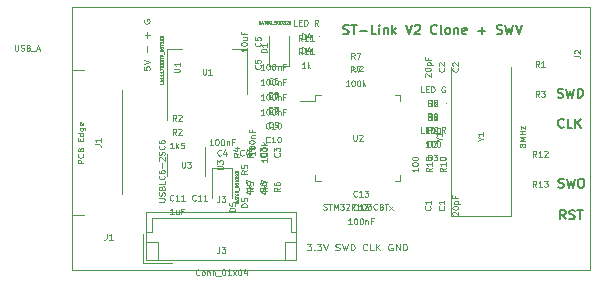
<source format=gbr>
G04 #@! TF.GenerationSoftware,KiCad,Pcbnew,(5.1.4)-1*
G04 #@! TF.CreationDate,2020-07-21T12:04:11+10:00*
G04 #@! TF.ProjectId,STLink2,53544c69-6e6b-4322-9e6b-696361645f70,rev?*
G04 #@! TF.SameCoordinates,Original*
G04 #@! TF.FileFunction,Legend,Top*
G04 #@! TF.FilePolarity,Positive*
%FSLAX46Y46*%
G04 Gerber Fmt 4.6, Leading zero omitted, Abs format (unit mm)*
G04 Created by KiCad (PCBNEW (5.1.4)-1) date 2020-07-21 12:04:11*
%MOMM*%
%LPD*%
G04 APERTURE LIST*
%ADD10C,0.100000*%
%ADD11C,0.150000*%
%ADD12C,0.125000*%
%ADD13C,0.120000*%
%ADD14C,0.075000*%
%ADD15C,0.062500*%
G04 APERTURE END LIST*
D10*
X43180000Y-41910000D02*
X43180000Y-42545000D01*
X43180000Y-46990000D02*
X43180000Y-41910000D01*
X86995000Y-46990000D02*
X43180000Y-46990000D01*
X86995000Y-24765000D02*
X86995000Y-46990000D01*
X43180000Y-24765000D02*
X86995000Y-24765000D01*
X43180000Y-42545000D02*
X43180000Y-24765000D01*
D11*
X66136190Y-26973571D02*
X66250476Y-27009285D01*
X66440952Y-27009285D01*
X66517142Y-26973571D01*
X66555238Y-26937857D01*
X66593333Y-26866428D01*
X66593333Y-26795000D01*
X66555238Y-26723571D01*
X66517142Y-26687857D01*
X66440952Y-26652142D01*
X66288571Y-26616428D01*
X66212380Y-26580714D01*
X66174285Y-26545000D01*
X66136190Y-26473571D01*
X66136190Y-26402142D01*
X66174285Y-26330714D01*
X66212380Y-26295000D01*
X66288571Y-26259285D01*
X66479047Y-26259285D01*
X66593333Y-26295000D01*
X66821904Y-26259285D02*
X67279047Y-26259285D01*
X67050476Y-27009285D02*
X67050476Y-26259285D01*
X67545714Y-26723571D02*
X68155238Y-26723571D01*
X68917142Y-27009285D02*
X68536190Y-27009285D01*
X68536190Y-26259285D01*
X69183809Y-27009285D02*
X69183809Y-26509285D01*
X69183809Y-26259285D02*
X69145714Y-26295000D01*
X69183809Y-26330714D01*
X69221904Y-26295000D01*
X69183809Y-26259285D01*
X69183809Y-26330714D01*
X69564761Y-26509285D02*
X69564761Y-27009285D01*
X69564761Y-26580714D02*
X69602857Y-26545000D01*
X69679047Y-26509285D01*
X69793333Y-26509285D01*
X69869523Y-26545000D01*
X69907619Y-26616428D01*
X69907619Y-27009285D01*
X70288571Y-27009285D02*
X70288571Y-26259285D01*
X70364761Y-26723571D02*
X70593333Y-27009285D01*
X70593333Y-26509285D02*
X70288571Y-26795000D01*
X71431428Y-26259285D02*
X71698095Y-27009285D01*
X71964761Y-26259285D01*
X72193333Y-26330714D02*
X72231428Y-26295000D01*
X72307619Y-26259285D01*
X72498095Y-26259285D01*
X72574285Y-26295000D01*
X72612380Y-26330714D01*
X72650476Y-26402142D01*
X72650476Y-26473571D01*
X72612380Y-26580714D01*
X72155238Y-27009285D01*
X72650476Y-27009285D01*
X74060000Y-26937857D02*
X74021904Y-26973571D01*
X73907619Y-27009285D01*
X73831428Y-27009285D01*
X73717142Y-26973571D01*
X73640952Y-26902142D01*
X73602857Y-26830714D01*
X73564761Y-26687857D01*
X73564761Y-26580714D01*
X73602857Y-26437857D01*
X73640952Y-26366428D01*
X73717142Y-26295000D01*
X73831428Y-26259285D01*
X73907619Y-26259285D01*
X74021904Y-26295000D01*
X74060000Y-26330714D01*
X74517142Y-27009285D02*
X74440952Y-26973571D01*
X74402857Y-26902142D01*
X74402857Y-26259285D01*
X74936190Y-27009285D02*
X74860000Y-26973571D01*
X74821904Y-26937857D01*
X74783809Y-26866428D01*
X74783809Y-26652142D01*
X74821904Y-26580714D01*
X74860000Y-26545000D01*
X74936190Y-26509285D01*
X75050476Y-26509285D01*
X75126666Y-26545000D01*
X75164761Y-26580714D01*
X75202857Y-26652142D01*
X75202857Y-26866428D01*
X75164761Y-26937857D01*
X75126666Y-26973571D01*
X75050476Y-27009285D01*
X74936190Y-27009285D01*
X75545714Y-26509285D02*
X75545714Y-27009285D01*
X75545714Y-26580714D02*
X75583809Y-26545000D01*
X75660000Y-26509285D01*
X75774285Y-26509285D01*
X75850476Y-26545000D01*
X75888571Y-26616428D01*
X75888571Y-27009285D01*
X76574285Y-26973571D02*
X76498095Y-27009285D01*
X76345714Y-27009285D01*
X76269523Y-26973571D01*
X76231428Y-26902142D01*
X76231428Y-26616428D01*
X76269523Y-26545000D01*
X76345714Y-26509285D01*
X76498095Y-26509285D01*
X76574285Y-26545000D01*
X76612380Y-26616428D01*
X76612380Y-26687857D01*
X76231428Y-26759285D01*
X77564761Y-26723571D02*
X78174285Y-26723571D01*
X77869523Y-27009285D02*
X77869523Y-26437857D01*
X79126666Y-26973571D02*
X79240952Y-27009285D01*
X79431428Y-27009285D01*
X79507619Y-26973571D01*
X79545714Y-26937857D01*
X79583809Y-26866428D01*
X79583809Y-26795000D01*
X79545714Y-26723571D01*
X79507619Y-26687857D01*
X79431428Y-26652142D01*
X79279047Y-26616428D01*
X79202857Y-26580714D01*
X79164761Y-26545000D01*
X79126666Y-26473571D01*
X79126666Y-26402142D01*
X79164761Y-26330714D01*
X79202857Y-26295000D01*
X79279047Y-26259285D01*
X79469523Y-26259285D01*
X79583809Y-26295000D01*
X79850476Y-26259285D02*
X80040952Y-27009285D01*
X80193333Y-26473571D01*
X80345714Y-27009285D01*
X80536190Y-26259285D01*
X80726666Y-26259285D02*
X80993333Y-27009285D01*
X81260000Y-26259285D01*
D12*
X49256190Y-29782857D02*
X49256190Y-30068571D01*
X49494285Y-30097142D01*
X49470476Y-30068571D01*
X49446666Y-30011428D01*
X49446666Y-29868571D01*
X49470476Y-29811428D01*
X49494285Y-29782857D01*
X49541904Y-29754285D01*
X49660952Y-29754285D01*
X49708571Y-29782857D01*
X49732380Y-29811428D01*
X49756190Y-29868571D01*
X49756190Y-30011428D01*
X49732380Y-30068571D01*
X49708571Y-30097142D01*
X49256190Y-29582857D02*
X49756190Y-29382857D01*
X49256190Y-29182857D01*
X49565714Y-28525714D02*
X49565714Y-28068571D01*
X49565714Y-27325714D02*
X49565714Y-26868571D01*
X49756190Y-27097142D02*
X49375238Y-27097142D01*
X49280000Y-25811428D02*
X49256190Y-25868571D01*
X49256190Y-25954285D01*
X49280000Y-26040000D01*
X49327619Y-26097142D01*
X49375238Y-26125714D01*
X49470476Y-26154285D01*
X49541904Y-26154285D01*
X49637142Y-26125714D01*
X49684761Y-26097142D01*
X49732380Y-26040000D01*
X49756190Y-25954285D01*
X49756190Y-25897142D01*
X49732380Y-25811428D01*
X49708571Y-25782857D01*
X49541904Y-25782857D01*
X49541904Y-25897142D01*
X63052857Y-44811190D02*
X63424285Y-44811190D01*
X63224285Y-45001666D01*
X63310000Y-45001666D01*
X63367142Y-45025476D01*
X63395714Y-45049285D01*
X63424285Y-45096904D01*
X63424285Y-45215952D01*
X63395714Y-45263571D01*
X63367142Y-45287380D01*
X63310000Y-45311190D01*
X63138571Y-45311190D01*
X63081428Y-45287380D01*
X63052857Y-45263571D01*
X63681428Y-45263571D02*
X63710000Y-45287380D01*
X63681428Y-45311190D01*
X63652857Y-45287380D01*
X63681428Y-45263571D01*
X63681428Y-45311190D01*
X63910000Y-44811190D02*
X64281428Y-44811190D01*
X64081428Y-45001666D01*
X64167142Y-45001666D01*
X64224285Y-45025476D01*
X64252857Y-45049285D01*
X64281428Y-45096904D01*
X64281428Y-45215952D01*
X64252857Y-45263571D01*
X64224285Y-45287380D01*
X64167142Y-45311190D01*
X63995714Y-45311190D01*
X63938571Y-45287380D01*
X63910000Y-45263571D01*
X64452857Y-44811190D02*
X64652857Y-45311190D01*
X64852857Y-44811190D01*
X65481428Y-45287380D02*
X65567142Y-45311190D01*
X65710000Y-45311190D01*
X65767142Y-45287380D01*
X65795714Y-45263571D01*
X65824285Y-45215952D01*
X65824285Y-45168333D01*
X65795714Y-45120714D01*
X65767142Y-45096904D01*
X65710000Y-45073095D01*
X65595714Y-45049285D01*
X65538571Y-45025476D01*
X65510000Y-45001666D01*
X65481428Y-44954047D01*
X65481428Y-44906428D01*
X65510000Y-44858809D01*
X65538571Y-44835000D01*
X65595714Y-44811190D01*
X65738571Y-44811190D01*
X65824285Y-44835000D01*
X66024285Y-44811190D02*
X66167142Y-45311190D01*
X66281428Y-44954047D01*
X66395714Y-45311190D01*
X66538571Y-44811190D01*
X66767142Y-45311190D02*
X66767142Y-44811190D01*
X66910000Y-44811190D01*
X66995714Y-44835000D01*
X67052857Y-44882619D01*
X67081428Y-44930238D01*
X67110000Y-45025476D01*
X67110000Y-45096904D01*
X67081428Y-45192142D01*
X67052857Y-45239761D01*
X66995714Y-45287380D01*
X66910000Y-45311190D01*
X66767142Y-45311190D01*
X68167142Y-45263571D02*
X68138571Y-45287380D01*
X68052857Y-45311190D01*
X67995714Y-45311190D01*
X67910000Y-45287380D01*
X67852857Y-45239761D01*
X67824285Y-45192142D01*
X67795714Y-45096904D01*
X67795714Y-45025476D01*
X67824285Y-44930238D01*
X67852857Y-44882619D01*
X67910000Y-44835000D01*
X67995714Y-44811190D01*
X68052857Y-44811190D01*
X68138571Y-44835000D01*
X68167142Y-44858809D01*
X68710000Y-45311190D02*
X68424285Y-45311190D01*
X68424285Y-44811190D01*
X68910000Y-45311190D02*
X68910000Y-44811190D01*
X69252857Y-45311190D02*
X68995714Y-45025476D01*
X69252857Y-44811190D02*
X68910000Y-45096904D01*
X70281428Y-44835000D02*
X70224285Y-44811190D01*
X70138571Y-44811190D01*
X70052857Y-44835000D01*
X69995714Y-44882619D01*
X69967142Y-44930238D01*
X69938571Y-45025476D01*
X69938571Y-45096904D01*
X69967142Y-45192142D01*
X69995714Y-45239761D01*
X70052857Y-45287380D01*
X70138571Y-45311190D01*
X70195714Y-45311190D01*
X70281428Y-45287380D01*
X70310000Y-45263571D01*
X70310000Y-45096904D01*
X70195714Y-45096904D01*
X70567142Y-45311190D02*
X70567142Y-44811190D01*
X70910000Y-45311190D01*
X70910000Y-44811190D01*
X71195714Y-45311190D02*
X71195714Y-44811190D01*
X71338571Y-44811190D01*
X71424285Y-44835000D01*
X71481428Y-44882619D01*
X71510000Y-44930238D01*
X71538571Y-45025476D01*
X71538571Y-45096904D01*
X71510000Y-45192142D01*
X71481428Y-45239761D01*
X71424285Y-45287380D01*
X71338571Y-45311190D01*
X71195714Y-45311190D01*
D11*
X84956704Y-42681085D02*
X84690038Y-42323942D01*
X84499561Y-42681085D02*
X84499561Y-41931085D01*
X84804323Y-41931085D01*
X84880514Y-41966800D01*
X84918609Y-42002514D01*
X84956704Y-42073942D01*
X84956704Y-42181085D01*
X84918609Y-42252514D01*
X84880514Y-42288228D01*
X84804323Y-42323942D01*
X84499561Y-42323942D01*
X85261466Y-42645371D02*
X85375752Y-42681085D01*
X85566228Y-42681085D01*
X85642419Y-42645371D01*
X85680514Y-42609657D01*
X85718609Y-42538228D01*
X85718609Y-42466800D01*
X85680514Y-42395371D01*
X85642419Y-42359657D01*
X85566228Y-42323942D01*
X85413847Y-42288228D01*
X85337657Y-42252514D01*
X85299561Y-42216800D01*
X85261466Y-42145371D01*
X85261466Y-42073942D01*
X85299561Y-42002514D01*
X85337657Y-41966800D01*
X85413847Y-41931085D01*
X85604323Y-41931085D01*
X85718609Y-41966800D01*
X85947180Y-41931085D02*
X86404323Y-41931085D01*
X86175752Y-42681085D02*
X86175752Y-41931085D01*
X84340838Y-39978371D02*
X84455123Y-40014085D01*
X84645600Y-40014085D01*
X84721790Y-39978371D01*
X84759885Y-39942657D01*
X84797980Y-39871228D01*
X84797980Y-39799800D01*
X84759885Y-39728371D01*
X84721790Y-39692657D01*
X84645600Y-39656942D01*
X84493219Y-39621228D01*
X84417028Y-39585514D01*
X84378933Y-39549800D01*
X84340838Y-39478371D01*
X84340838Y-39406942D01*
X84378933Y-39335514D01*
X84417028Y-39299800D01*
X84493219Y-39264085D01*
X84683695Y-39264085D01*
X84797980Y-39299800D01*
X85064647Y-39264085D02*
X85255123Y-40014085D01*
X85407504Y-39478371D01*
X85559885Y-40014085D01*
X85750361Y-39264085D01*
X86207504Y-39264085D02*
X86359885Y-39264085D01*
X86436076Y-39299800D01*
X86512266Y-39371228D01*
X86550361Y-39514085D01*
X86550361Y-39764085D01*
X86512266Y-39906942D01*
X86436076Y-39978371D01*
X86359885Y-40014085D01*
X86207504Y-40014085D01*
X86131314Y-39978371D01*
X86055123Y-39906942D01*
X86017028Y-39764085D01*
X86017028Y-39514085D01*
X86055123Y-39371228D01*
X86131314Y-39299800D01*
X86207504Y-39264085D01*
X84791609Y-34862657D02*
X84753514Y-34898371D01*
X84639228Y-34934085D01*
X84563038Y-34934085D01*
X84448752Y-34898371D01*
X84372561Y-34826942D01*
X84334466Y-34755514D01*
X84296371Y-34612657D01*
X84296371Y-34505514D01*
X84334466Y-34362657D01*
X84372561Y-34291228D01*
X84448752Y-34219800D01*
X84563038Y-34184085D01*
X84639228Y-34184085D01*
X84753514Y-34219800D01*
X84791609Y-34255514D01*
X85515419Y-34934085D02*
X85134466Y-34934085D01*
X85134466Y-34184085D01*
X85782085Y-34934085D02*
X85782085Y-34184085D01*
X86239228Y-34934085D02*
X85896371Y-34505514D01*
X86239228Y-34184085D02*
X85782085Y-34612657D01*
X84283685Y-32358371D02*
X84397971Y-32394085D01*
X84588447Y-32394085D01*
X84664638Y-32358371D01*
X84702733Y-32322657D01*
X84740828Y-32251228D01*
X84740828Y-32179800D01*
X84702733Y-32108371D01*
X84664638Y-32072657D01*
X84588447Y-32036942D01*
X84436066Y-32001228D01*
X84359876Y-31965514D01*
X84321780Y-31929800D01*
X84283685Y-31858371D01*
X84283685Y-31786942D01*
X84321780Y-31715514D01*
X84359876Y-31679800D01*
X84436066Y-31644085D01*
X84626542Y-31644085D01*
X84740828Y-31679800D01*
X85007495Y-31644085D02*
X85197971Y-32394085D01*
X85350352Y-31858371D01*
X85502733Y-32394085D01*
X85693209Y-31644085D01*
X85997971Y-32394085D02*
X85997971Y-31644085D01*
X86188447Y-31644085D01*
X86302733Y-31679800D01*
X86378923Y-31751228D01*
X86417019Y-31822657D01*
X86455114Y-31965514D01*
X86455114Y-32072657D01*
X86417019Y-32215514D01*
X86378923Y-32286942D01*
X86302733Y-32358371D01*
X86188447Y-32394085D01*
X85997971Y-32394085D01*
D13*
G04 #@! TO.C,D1*
X59856000Y-29694000D02*
X61556000Y-29694000D01*
X61556000Y-29694000D02*
X61556000Y-27144000D01*
X59856000Y-29694000D02*
X59856000Y-27144000D01*
D10*
G04 #@! TO.C,D2*
X74863500Y-32893000D02*
G75*
G03X74863500Y-32893000I-50000J0D01*
G01*
G04 #@! TO.C,D3*
X74863500Y-36322000D02*
G75*
G03X74863500Y-36322000I-50000J0D01*
G01*
G04 #@! TO.C,D4*
X64132000Y-27241500D02*
G75*
G03X64132000Y-27241500I-50000J0D01*
G01*
D13*
G04 #@! TO.C,D5*
X56730000Y-38378000D02*
X56730000Y-40928000D01*
X55030000Y-38378000D02*
X55030000Y-40928000D01*
X56730000Y-38378000D02*
X55030000Y-38378000D01*
G04 #@! TO.C,J1*
X47390000Y-40595000D02*
X47390000Y-31795000D01*
X44220000Y-42340000D02*
X43170000Y-42340000D01*
X44220000Y-30050000D02*
X43170000Y-30050000D01*
G04 #@! TO.C,J3*
X49460000Y-42105000D02*
X49460000Y-46125000D01*
X49460000Y-46125000D02*
X62180000Y-46125000D01*
X62180000Y-46125000D02*
X62180000Y-42105000D01*
X62180000Y-42105000D02*
X49460000Y-42105000D01*
X49460000Y-43815000D02*
X49960000Y-43815000D01*
X49960000Y-43815000D02*
X49960000Y-42605000D01*
X49960000Y-42605000D02*
X61680000Y-42605000D01*
X61680000Y-42605000D02*
X61680000Y-43815000D01*
X61680000Y-43815000D02*
X62180000Y-43815000D01*
X49460000Y-44625000D02*
X50460000Y-44625000D01*
X50460000Y-44625000D02*
X50460000Y-46125000D01*
X62180000Y-44625000D02*
X61180000Y-44625000D01*
X61180000Y-44625000D02*
X61180000Y-46125000D01*
X49160000Y-43925000D02*
X49160000Y-46425000D01*
X49160000Y-46425000D02*
X51660000Y-46425000D01*
G04 #@! TO.C,U1*
X51200000Y-34326000D02*
X51200000Y-28316000D01*
X58020000Y-32076000D02*
X58020000Y-28316000D01*
X51200000Y-28316000D02*
X52460000Y-28316000D01*
X58020000Y-28316000D02*
X56760000Y-28316000D01*
G04 #@! TO.C,U2*
X63763500Y-32654000D02*
X62473500Y-32654000D01*
X63763500Y-32204000D02*
X63763500Y-32654000D01*
X64213500Y-32204000D02*
X63763500Y-32204000D01*
X70983500Y-32204000D02*
X70983500Y-32654000D01*
X70533500Y-32204000D02*
X70983500Y-32204000D01*
X63763500Y-39424000D02*
X63763500Y-38974000D01*
X64213500Y-39424000D02*
X63763500Y-39424000D01*
X70983500Y-39424000D02*
X70983500Y-38974000D01*
X70533500Y-39424000D02*
X70983500Y-39424000D01*
G04 #@! TO.C,U3*
X54442000Y-39000000D02*
X54442000Y-36550000D01*
X51222000Y-37200000D02*
X51222000Y-39000000D01*
G04 #@! TO.C,Y1*
X80337500Y-42387000D02*
X80337500Y-29787000D01*
X75237500Y-42387000D02*
X80337500Y-42387000D01*
X75237500Y-29787000D02*
X75237500Y-42387000D01*
G04 #@! TD*
G04 #@! TO.C,C3*
D14*
X60721071Y-37103833D02*
X60744880Y-37127642D01*
X60768690Y-37199071D01*
X60768690Y-37246690D01*
X60744880Y-37318119D01*
X60697261Y-37365738D01*
X60649642Y-37389547D01*
X60554404Y-37413357D01*
X60482976Y-37413357D01*
X60387738Y-37389547D01*
X60340119Y-37365738D01*
X60292500Y-37318119D01*
X60268690Y-37246690D01*
X60268690Y-37199071D01*
X60292500Y-37127642D01*
X60316309Y-37103833D01*
X60268690Y-36937166D02*
X60268690Y-36627642D01*
X60459166Y-36794309D01*
X60459166Y-36722880D01*
X60482976Y-36675261D01*
X60506785Y-36651452D01*
X60554404Y-36627642D01*
X60673452Y-36627642D01*
X60721071Y-36651452D01*
X60744880Y-36675261D01*
X60768690Y-36722880D01*
X60768690Y-36865738D01*
X60744880Y-36913357D01*
X60721071Y-36937166D01*
X58646190Y-36968809D02*
X58646190Y-37254523D01*
X58646190Y-37111666D02*
X58146190Y-37111666D01*
X58217619Y-37159285D01*
X58265238Y-37206904D01*
X58289047Y-37254523D01*
X58146190Y-36659285D02*
X58146190Y-36611666D01*
X58170000Y-36564047D01*
X58193809Y-36540238D01*
X58241428Y-36516428D01*
X58336666Y-36492619D01*
X58455714Y-36492619D01*
X58550952Y-36516428D01*
X58598571Y-36540238D01*
X58622380Y-36564047D01*
X58646190Y-36611666D01*
X58646190Y-36659285D01*
X58622380Y-36706904D01*
X58598571Y-36730714D01*
X58550952Y-36754523D01*
X58455714Y-36778333D01*
X58336666Y-36778333D01*
X58241428Y-36754523D01*
X58193809Y-36730714D01*
X58170000Y-36706904D01*
X58146190Y-36659285D01*
X58146190Y-36183095D02*
X58146190Y-36135476D01*
X58170000Y-36087857D01*
X58193809Y-36064047D01*
X58241428Y-36040238D01*
X58336666Y-36016428D01*
X58455714Y-36016428D01*
X58550952Y-36040238D01*
X58598571Y-36064047D01*
X58622380Y-36087857D01*
X58646190Y-36135476D01*
X58646190Y-36183095D01*
X58622380Y-36230714D01*
X58598571Y-36254523D01*
X58550952Y-36278333D01*
X58455714Y-36302142D01*
X58336666Y-36302142D01*
X58241428Y-36278333D01*
X58193809Y-36254523D01*
X58170000Y-36230714D01*
X58146190Y-36183095D01*
X58312857Y-35802142D02*
X58646190Y-35802142D01*
X58360476Y-35802142D02*
X58336666Y-35778333D01*
X58312857Y-35730714D01*
X58312857Y-35659285D01*
X58336666Y-35611666D01*
X58384285Y-35587857D01*
X58646190Y-35587857D01*
X58384285Y-35183095D02*
X58384285Y-35349761D01*
X58646190Y-35349761D02*
X58146190Y-35349761D01*
X58146190Y-35111666D01*
X59551071Y-37103833D02*
X59574880Y-37127642D01*
X59598690Y-37199071D01*
X59598690Y-37246690D01*
X59574880Y-37318119D01*
X59527261Y-37365738D01*
X59479642Y-37389547D01*
X59384404Y-37413357D01*
X59312976Y-37413357D01*
X59217738Y-37389547D01*
X59170119Y-37365738D01*
X59122500Y-37318119D01*
X59098690Y-37246690D01*
X59098690Y-37199071D01*
X59122500Y-37127642D01*
X59146309Y-37103833D01*
X59098690Y-36937166D02*
X59098690Y-36627642D01*
X59289166Y-36794309D01*
X59289166Y-36722880D01*
X59312976Y-36675261D01*
X59336785Y-36651452D01*
X59384404Y-36627642D01*
X59503452Y-36627642D01*
X59551071Y-36651452D01*
X59574880Y-36675261D01*
X59598690Y-36722880D01*
X59598690Y-36865738D01*
X59574880Y-36913357D01*
X59551071Y-36937166D01*
G04 #@! TO.C,C4*
X57701666Y-37262571D02*
X57677857Y-37286380D01*
X57606428Y-37310190D01*
X57558809Y-37310190D01*
X57487380Y-37286380D01*
X57439761Y-37238761D01*
X57415952Y-37191142D01*
X57392142Y-37095904D01*
X57392142Y-37024476D01*
X57415952Y-36929238D01*
X57439761Y-36881619D01*
X57487380Y-36834000D01*
X57558809Y-36810190D01*
X57606428Y-36810190D01*
X57677857Y-36834000D01*
X57701666Y-36857809D01*
X58130238Y-36976857D02*
X58130238Y-37310190D01*
X58011190Y-36786380D02*
X57892142Y-37143523D01*
X58201666Y-37143523D01*
X55106190Y-36421190D02*
X54820476Y-36421190D01*
X54963333Y-36421190D02*
X54963333Y-35921190D01*
X54915714Y-35992619D01*
X54868095Y-36040238D01*
X54820476Y-36064047D01*
X55415714Y-35921190D02*
X55463333Y-35921190D01*
X55510952Y-35945000D01*
X55534761Y-35968809D01*
X55558571Y-36016428D01*
X55582380Y-36111666D01*
X55582380Y-36230714D01*
X55558571Y-36325952D01*
X55534761Y-36373571D01*
X55510952Y-36397380D01*
X55463333Y-36421190D01*
X55415714Y-36421190D01*
X55368095Y-36397380D01*
X55344285Y-36373571D01*
X55320476Y-36325952D01*
X55296666Y-36230714D01*
X55296666Y-36111666D01*
X55320476Y-36016428D01*
X55344285Y-35968809D01*
X55368095Y-35945000D01*
X55415714Y-35921190D01*
X55891904Y-35921190D02*
X55939523Y-35921190D01*
X55987142Y-35945000D01*
X56010952Y-35968809D01*
X56034761Y-36016428D01*
X56058571Y-36111666D01*
X56058571Y-36230714D01*
X56034761Y-36325952D01*
X56010952Y-36373571D01*
X55987142Y-36397380D01*
X55939523Y-36421190D01*
X55891904Y-36421190D01*
X55844285Y-36397380D01*
X55820476Y-36373571D01*
X55796666Y-36325952D01*
X55772857Y-36230714D01*
X55772857Y-36111666D01*
X55796666Y-36016428D01*
X55820476Y-35968809D01*
X55844285Y-35945000D01*
X55891904Y-35921190D01*
X56272857Y-36087857D02*
X56272857Y-36421190D01*
X56272857Y-36135476D02*
X56296666Y-36111666D01*
X56344285Y-36087857D01*
X56415714Y-36087857D01*
X56463333Y-36111666D01*
X56487142Y-36159285D01*
X56487142Y-36421190D01*
X56891904Y-36159285D02*
X56725238Y-36159285D01*
X56725238Y-36421190D02*
X56725238Y-35921190D01*
X56963333Y-35921190D01*
X55796666Y-37262571D02*
X55772857Y-37286380D01*
X55701428Y-37310190D01*
X55653809Y-37310190D01*
X55582380Y-37286380D01*
X55534761Y-37238761D01*
X55510952Y-37191142D01*
X55487142Y-37095904D01*
X55487142Y-37024476D01*
X55510952Y-36929238D01*
X55534761Y-36881619D01*
X55582380Y-36834000D01*
X55653809Y-36810190D01*
X55701428Y-36810190D01*
X55772857Y-36834000D01*
X55796666Y-36857809D01*
X56225238Y-36976857D02*
X56225238Y-37310190D01*
X56106190Y-36786380D02*
X55987142Y-37143523D01*
X56296666Y-37143523D01*
G04 #@! TO.C,C5*
X59106571Y-29651333D02*
X59130380Y-29675142D01*
X59154190Y-29746571D01*
X59154190Y-29794190D01*
X59130380Y-29865619D01*
X59082761Y-29913238D01*
X59035142Y-29937047D01*
X58939904Y-29960857D01*
X58868476Y-29960857D01*
X58773238Y-29937047D01*
X58725619Y-29913238D01*
X58678000Y-29865619D01*
X58654190Y-29794190D01*
X58654190Y-29746571D01*
X58678000Y-29675142D01*
X58701809Y-29651333D01*
X58654190Y-29198952D02*
X58654190Y-29437047D01*
X58892285Y-29460857D01*
X58868476Y-29437047D01*
X58844666Y-29389428D01*
X58844666Y-29270380D01*
X58868476Y-29222761D01*
X58892285Y-29198952D01*
X58939904Y-29175142D01*
X59058952Y-29175142D01*
X59106571Y-29198952D01*
X59130380Y-29222761D01*
X59154190Y-29270380D01*
X59154190Y-29389428D01*
X59130380Y-29437047D01*
X59106571Y-29460857D01*
X57984190Y-28198714D02*
X57984190Y-28484428D01*
X57984190Y-28341571D02*
X57484190Y-28341571D01*
X57555619Y-28389190D01*
X57603238Y-28436809D01*
X57627047Y-28484428D01*
X57484190Y-27889190D02*
X57484190Y-27841571D01*
X57508000Y-27793952D01*
X57531809Y-27770142D01*
X57579428Y-27746333D01*
X57674666Y-27722523D01*
X57793714Y-27722523D01*
X57888952Y-27746333D01*
X57936571Y-27770142D01*
X57960380Y-27793952D01*
X57984190Y-27841571D01*
X57984190Y-27889190D01*
X57960380Y-27936809D01*
X57936571Y-27960619D01*
X57888952Y-27984428D01*
X57793714Y-28008238D01*
X57674666Y-28008238D01*
X57579428Y-27984428D01*
X57531809Y-27960619D01*
X57508000Y-27936809D01*
X57484190Y-27889190D01*
X57650857Y-27293952D02*
X57984190Y-27293952D01*
X57650857Y-27508238D02*
X57912761Y-27508238D01*
X57960380Y-27484428D01*
X57984190Y-27436809D01*
X57984190Y-27365380D01*
X57960380Y-27317761D01*
X57936571Y-27293952D01*
X57722285Y-26889190D02*
X57722285Y-27055857D01*
X57984190Y-27055857D02*
X57484190Y-27055857D01*
X57484190Y-26817761D01*
X59106571Y-27746333D02*
X59130380Y-27770142D01*
X59154190Y-27841571D01*
X59154190Y-27889190D01*
X59130380Y-27960619D01*
X59082761Y-28008238D01*
X59035142Y-28032047D01*
X58939904Y-28055857D01*
X58868476Y-28055857D01*
X58773238Y-28032047D01*
X58725619Y-28008238D01*
X58678000Y-27960619D01*
X58654190Y-27889190D01*
X58654190Y-27841571D01*
X58678000Y-27770142D01*
X58701809Y-27746333D01*
X58654190Y-27293952D02*
X58654190Y-27532047D01*
X58892285Y-27555857D01*
X58868476Y-27532047D01*
X58844666Y-27484428D01*
X58844666Y-27365380D01*
X58868476Y-27317761D01*
X58892285Y-27293952D01*
X58939904Y-27270142D01*
X59058952Y-27270142D01*
X59106571Y-27293952D01*
X59130380Y-27317761D01*
X59154190Y-27365380D01*
X59154190Y-27484428D01*
X59130380Y-27532047D01*
X59106571Y-27555857D01*
G04 #@! TO.C,C6*
X60137666Y-32336571D02*
X60113857Y-32360380D01*
X60042428Y-32384190D01*
X59994809Y-32384190D01*
X59923380Y-32360380D01*
X59875761Y-32312761D01*
X59851952Y-32265142D01*
X59828142Y-32169904D01*
X59828142Y-32098476D01*
X59851952Y-32003238D01*
X59875761Y-31955619D01*
X59923380Y-31908000D01*
X59994809Y-31884190D01*
X60042428Y-31884190D01*
X60113857Y-31908000D01*
X60137666Y-31931809D01*
X60566238Y-31884190D02*
X60471000Y-31884190D01*
X60423380Y-31908000D01*
X60399571Y-31931809D01*
X60351952Y-32003238D01*
X60328142Y-32098476D01*
X60328142Y-32288952D01*
X60351952Y-32336571D01*
X60375761Y-32360380D01*
X60423380Y-32384190D01*
X60518619Y-32384190D01*
X60566238Y-32360380D01*
X60590047Y-32336571D01*
X60613857Y-32288952D01*
X60613857Y-32169904D01*
X60590047Y-32122285D01*
X60566238Y-32098476D01*
X60518619Y-32074666D01*
X60423380Y-32074666D01*
X60375761Y-32098476D01*
X60351952Y-32122285D01*
X60328142Y-32169904D01*
X59447190Y-30044190D02*
X59161476Y-30044190D01*
X59304333Y-30044190D02*
X59304333Y-29544190D01*
X59256714Y-29615619D01*
X59209095Y-29663238D01*
X59161476Y-29687047D01*
X59756714Y-29544190D02*
X59804333Y-29544190D01*
X59851952Y-29568000D01*
X59875761Y-29591809D01*
X59899571Y-29639428D01*
X59923380Y-29734666D01*
X59923380Y-29853714D01*
X59899571Y-29948952D01*
X59875761Y-29996571D01*
X59851952Y-30020380D01*
X59804333Y-30044190D01*
X59756714Y-30044190D01*
X59709095Y-30020380D01*
X59685285Y-29996571D01*
X59661476Y-29948952D01*
X59637666Y-29853714D01*
X59637666Y-29734666D01*
X59661476Y-29639428D01*
X59685285Y-29591809D01*
X59709095Y-29568000D01*
X59756714Y-29544190D01*
X60232904Y-29544190D02*
X60280523Y-29544190D01*
X60328142Y-29568000D01*
X60351952Y-29591809D01*
X60375761Y-29639428D01*
X60399571Y-29734666D01*
X60399571Y-29853714D01*
X60375761Y-29948952D01*
X60351952Y-29996571D01*
X60328142Y-30020380D01*
X60280523Y-30044190D01*
X60232904Y-30044190D01*
X60185285Y-30020380D01*
X60161476Y-29996571D01*
X60137666Y-29948952D01*
X60113857Y-29853714D01*
X60113857Y-29734666D01*
X60137666Y-29639428D01*
X60161476Y-29591809D01*
X60185285Y-29568000D01*
X60232904Y-29544190D01*
X60613857Y-29710857D02*
X60613857Y-30044190D01*
X60613857Y-29758476D02*
X60637666Y-29734666D01*
X60685285Y-29710857D01*
X60756714Y-29710857D01*
X60804333Y-29734666D01*
X60828142Y-29782285D01*
X60828142Y-30044190D01*
X61232904Y-29782285D02*
X61066238Y-29782285D01*
X61066238Y-30044190D02*
X61066238Y-29544190D01*
X61304333Y-29544190D01*
X60137666Y-31166571D02*
X60113857Y-31190380D01*
X60042428Y-31214190D01*
X59994809Y-31214190D01*
X59923380Y-31190380D01*
X59875761Y-31142761D01*
X59851952Y-31095142D01*
X59828142Y-30999904D01*
X59828142Y-30928476D01*
X59851952Y-30833238D01*
X59875761Y-30785619D01*
X59923380Y-30738000D01*
X59994809Y-30714190D01*
X60042428Y-30714190D01*
X60113857Y-30738000D01*
X60137666Y-30761809D01*
X60566238Y-30714190D02*
X60471000Y-30714190D01*
X60423380Y-30738000D01*
X60399571Y-30761809D01*
X60351952Y-30833238D01*
X60328142Y-30928476D01*
X60328142Y-31118952D01*
X60351952Y-31166571D01*
X60375761Y-31190380D01*
X60423380Y-31214190D01*
X60518619Y-31214190D01*
X60566238Y-31190380D01*
X60590047Y-31166571D01*
X60613857Y-31118952D01*
X60613857Y-30999904D01*
X60590047Y-30952285D01*
X60566238Y-30928476D01*
X60518619Y-30904666D01*
X60423380Y-30904666D01*
X60375761Y-30928476D01*
X60351952Y-30952285D01*
X60328142Y-30999904D01*
G04 #@! TO.C,C7*
X60137666Y-33606571D02*
X60113857Y-33630380D01*
X60042428Y-33654190D01*
X59994809Y-33654190D01*
X59923380Y-33630380D01*
X59875761Y-33582761D01*
X59851952Y-33535142D01*
X59828142Y-33439904D01*
X59828142Y-33368476D01*
X59851952Y-33273238D01*
X59875761Y-33225619D01*
X59923380Y-33178000D01*
X59994809Y-33154190D01*
X60042428Y-33154190D01*
X60113857Y-33178000D01*
X60137666Y-33201809D01*
X60304333Y-33154190D02*
X60637666Y-33154190D01*
X60423380Y-33654190D01*
X59447190Y-31314190D02*
X59161476Y-31314190D01*
X59304333Y-31314190D02*
X59304333Y-30814190D01*
X59256714Y-30885619D01*
X59209095Y-30933238D01*
X59161476Y-30957047D01*
X59756714Y-30814190D02*
X59804333Y-30814190D01*
X59851952Y-30838000D01*
X59875761Y-30861809D01*
X59899571Y-30909428D01*
X59923380Y-31004666D01*
X59923380Y-31123714D01*
X59899571Y-31218952D01*
X59875761Y-31266571D01*
X59851952Y-31290380D01*
X59804333Y-31314190D01*
X59756714Y-31314190D01*
X59709095Y-31290380D01*
X59685285Y-31266571D01*
X59661476Y-31218952D01*
X59637666Y-31123714D01*
X59637666Y-31004666D01*
X59661476Y-30909428D01*
X59685285Y-30861809D01*
X59709095Y-30838000D01*
X59756714Y-30814190D01*
X60232904Y-30814190D02*
X60280523Y-30814190D01*
X60328142Y-30838000D01*
X60351952Y-30861809D01*
X60375761Y-30909428D01*
X60399571Y-31004666D01*
X60399571Y-31123714D01*
X60375761Y-31218952D01*
X60351952Y-31266571D01*
X60328142Y-31290380D01*
X60280523Y-31314190D01*
X60232904Y-31314190D01*
X60185285Y-31290380D01*
X60161476Y-31266571D01*
X60137666Y-31218952D01*
X60113857Y-31123714D01*
X60113857Y-31004666D01*
X60137666Y-30909428D01*
X60161476Y-30861809D01*
X60185285Y-30838000D01*
X60232904Y-30814190D01*
X60613857Y-30980857D02*
X60613857Y-31314190D01*
X60613857Y-31028476D02*
X60637666Y-31004666D01*
X60685285Y-30980857D01*
X60756714Y-30980857D01*
X60804333Y-31004666D01*
X60828142Y-31052285D01*
X60828142Y-31314190D01*
X61232904Y-31052285D02*
X61066238Y-31052285D01*
X61066238Y-31314190D02*
X61066238Y-30814190D01*
X61304333Y-30814190D01*
X60137666Y-32436571D02*
X60113857Y-32460380D01*
X60042428Y-32484190D01*
X59994809Y-32484190D01*
X59923380Y-32460380D01*
X59875761Y-32412761D01*
X59851952Y-32365142D01*
X59828142Y-32269904D01*
X59828142Y-32198476D01*
X59851952Y-32103238D01*
X59875761Y-32055619D01*
X59923380Y-32008000D01*
X59994809Y-31984190D01*
X60042428Y-31984190D01*
X60113857Y-32008000D01*
X60137666Y-32031809D01*
X60304333Y-31984190D02*
X60637666Y-31984190D01*
X60423380Y-32484190D01*
G04 #@! TO.C,C9*
X60137666Y-34876571D02*
X60113857Y-34900380D01*
X60042428Y-34924190D01*
X59994809Y-34924190D01*
X59923380Y-34900380D01*
X59875761Y-34852761D01*
X59851952Y-34805142D01*
X59828142Y-34709904D01*
X59828142Y-34638476D01*
X59851952Y-34543238D01*
X59875761Y-34495619D01*
X59923380Y-34448000D01*
X59994809Y-34424190D01*
X60042428Y-34424190D01*
X60113857Y-34448000D01*
X60137666Y-34471809D01*
X60375761Y-34924190D02*
X60471000Y-34924190D01*
X60518619Y-34900380D01*
X60542428Y-34876571D01*
X60590047Y-34805142D01*
X60613857Y-34709904D01*
X60613857Y-34519428D01*
X60590047Y-34471809D01*
X60566238Y-34448000D01*
X60518619Y-34424190D01*
X60423380Y-34424190D01*
X60375761Y-34448000D01*
X60351952Y-34471809D01*
X60328142Y-34519428D01*
X60328142Y-34638476D01*
X60351952Y-34686095D01*
X60375761Y-34709904D01*
X60423380Y-34733714D01*
X60518619Y-34733714D01*
X60566238Y-34709904D01*
X60590047Y-34686095D01*
X60613857Y-34638476D01*
X59447190Y-32584190D02*
X59161476Y-32584190D01*
X59304333Y-32584190D02*
X59304333Y-32084190D01*
X59256714Y-32155619D01*
X59209095Y-32203238D01*
X59161476Y-32227047D01*
X59756714Y-32084190D02*
X59804333Y-32084190D01*
X59851952Y-32108000D01*
X59875761Y-32131809D01*
X59899571Y-32179428D01*
X59923380Y-32274666D01*
X59923380Y-32393714D01*
X59899571Y-32488952D01*
X59875761Y-32536571D01*
X59851952Y-32560380D01*
X59804333Y-32584190D01*
X59756714Y-32584190D01*
X59709095Y-32560380D01*
X59685285Y-32536571D01*
X59661476Y-32488952D01*
X59637666Y-32393714D01*
X59637666Y-32274666D01*
X59661476Y-32179428D01*
X59685285Y-32131809D01*
X59709095Y-32108000D01*
X59756714Y-32084190D01*
X60232904Y-32084190D02*
X60280523Y-32084190D01*
X60328142Y-32108000D01*
X60351952Y-32131809D01*
X60375761Y-32179428D01*
X60399571Y-32274666D01*
X60399571Y-32393714D01*
X60375761Y-32488952D01*
X60351952Y-32536571D01*
X60328142Y-32560380D01*
X60280523Y-32584190D01*
X60232904Y-32584190D01*
X60185285Y-32560380D01*
X60161476Y-32536571D01*
X60137666Y-32488952D01*
X60113857Y-32393714D01*
X60113857Y-32274666D01*
X60137666Y-32179428D01*
X60161476Y-32131809D01*
X60185285Y-32108000D01*
X60232904Y-32084190D01*
X60613857Y-32250857D02*
X60613857Y-32584190D01*
X60613857Y-32298476D02*
X60637666Y-32274666D01*
X60685285Y-32250857D01*
X60756714Y-32250857D01*
X60804333Y-32274666D01*
X60828142Y-32322285D01*
X60828142Y-32584190D01*
X61232904Y-32322285D02*
X61066238Y-32322285D01*
X61066238Y-32584190D02*
X61066238Y-32084190D01*
X61304333Y-32084190D01*
X60137666Y-33706571D02*
X60113857Y-33730380D01*
X60042428Y-33754190D01*
X59994809Y-33754190D01*
X59923380Y-33730380D01*
X59875761Y-33682761D01*
X59851952Y-33635142D01*
X59828142Y-33539904D01*
X59828142Y-33468476D01*
X59851952Y-33373238D01*
X59875761Y-33325619D01*
X59923380Y-33278000D01*
X59994809Y-33254190D01*
X60042428Y-33254190D01*
X60113857Y-33278000D01*
X60137666Y-33301809D01*
X60375761Y-33754190D02*
X60471000Y-33754190D01*
X60518619Y-33730380D01*
X60542428Y-33706571D01*
X60590047Y-33635142D01*
X60613857Y-33539904D01*
X60613857Y-33349428D01*
X60590047Y-33301809D01*
X60566238Y-33278000D01*
X60518619Y-33254190D01*
X60423380Y-33254190D01*
X60375761Y-33278000D01*
X60351952Y-33301809D01*
X60328142Y-33349428D01*
X60328142Y-33468476D01*
X60351952Y-33516095D01*
X60375761Y-33539904D01*
X60423380Y-33563714D01*
X60518619Y-33563714D01*
X60566238Y-33539904D01*
X60590047Y-33516095D01*
X60613857Y-33468476D01*
G04 #@! TO.C,C10*
X59899571Y-36146571D02*
X59875761Y-36170380D01*
X59804333Y-36194190D01*
X59756714Y-36194190D01*
X59685285Y-36170380D01*
X59637666Y-36122761D01*
X59613857Y-36075142D01*
X59590047Y-35979904D01*
X59590047Y-35908476D01*
X59613857Y-35813238D01*
X59637666Y-35765619D01*
X59685285Y-35718000D01*
X59756714Y-35694190D01*
X59804333Y-35694190D01*
X59875761Y-35718000D01*
X59899571Y-35741809D01*
X60375761Y-36194190D02*
X60090047Y-36194190D01*
X60232904Y-36194190D02*
X60232904Y-35694190D01*
X60185285Y-35765619D01*
X60137666Y-35813238D01*
X60090047Y-35837047D01*
X60685285Y-35694190D02*
X60732904Y-35694190D01*
X60780523Y-35718000D01*
X60804333Y-35741809D01*
X60828142Y-35789428D01*
X60851952Y-35884666D01*
X60851952Y-36003714D01*
X60828142Y-36098952D01*
X60804333Y-36146571D01*
X60780523Y-36170380D01*
X60732904Y-36194190D01*
X60685285Y-36194190D01*
X60637666Y-36170380D01*
X60613857Y-36146571D01*
X60590047Y-36098952D01*
X60566238Y-36003714D01*
X60566238Y-35884666D01*
X60590047Y-35789428D01*
X60613857Y-35741809D01*
X60637666Y-35718000D01*
X60685285Y-35694190D01*
X59447190Y-33854190D02*
X59161476Y-33854190D01*
X59304333Y-33854190D02*
X59304333Y-33354190D01*
X59256714Y-33425619D01*
X59209095Y-33473238D01*
X59161476Y-33497047D01*
X59756714Y-33354190D02*
X59804333Y-33354190D01*
X59851952Y-33378000D01*
X59875761Y-33401809D01*
X59899571Y-33449428D01*
X59923380Y-33544666D01*
X59923380Y-33663714D01*
X59899571Y-33758952D01*
X59875761Y-33806571D01*
X59851952Y-33830380D01*
X59804333Y-33854190D01*
X59756714Y-33854190D01*
X59709095Y-33830380D01*
X59685285Y-33806571D01*
X59661476Y-33758952D01*
X59637666Y-33663714D01*
X59637666Y-33544666D01*
X59661476Y-33449428D01*
X59685285Y-33401809D01*
X59709095Y-33378000D01*
X59756714Y-33354190D01*
X60232904Y-33354190D02*
X60280523Y-33354190D01*
X60328142Y-33378000D01*
X60351952Y-33401809D01*
X60375761Y-33449428D01*
X60399571Y-33544666D01*
X60399571Y-33663714D01*
X60375761Y-33758952D01*
X60351952Y-33806571D01*
X60328142Y-33830380D01*
X60280523Y-33854190D01*
X60232904Y-33854190D01*
X60185285Y-33830380D01*
X60161476Y-33806571D01*
X60137666Y-33758952D01*
X60113857Y-33663714D01*
X60113857Y-33544666D01*
X60137666Y-33449428D01*
X60161476Y-33401809D01*
X60185285Y-33378000D01*
X60232904Y-33354190D01*
X60613857Y-33520857D02*
X60613857Y-33854190D01*
X60613857Y-33568476D02*
X60637666Y-33544666D01*
X60685285Y-33520857D01*
X60756714Y-33520857D01*
X60804333Y-33544666D01*
X60828142Y-33592285D01*
X60828142Y-33854190D01*
X61232904Y-33592285D02*
X61066238Y-33592285D01*
X61066238Y-33854190D02*
X61066238Y-33354190D01*
X61304333Y-33354190D01*
X59899571Y-34976571D02*
X59875761Y-35000380D01*
X59804333Y-35024190D01*
X59756714Y-35024190D01*
X59685285Y-35000380D01*
X59637666Y-34952761D01*
X59613857Y-34905142D01*
X59590047Y-34809904D01*
X59590047Y-34738476D01*
X59613857Y-34643238D01*
X59637666Y-34595619D01*
X59685285Y-34548000D01*
X59756714Y-34524190D01*
X59804333Y-34524190D01*
X59875761Y-34548000D01*
X59899571Y-34571809D01*
X60375761Y-35024190D02*
X60090047Y-35024190D01*
X60232904Y-35024190D02*
X60232904Y-34524190D01*
X60185285Y-34595619D01*
X60137666Y-34643238D01*
X60090047Y-34667047D01*
X60685285Y-34524190D02*
X60732904Y-34524190D01*
X60780523Y-34548000D01*
X60804333Y-34571809D01*
X60828142Y-34619428D01*
X60851952Y-34714666D01*
X60851952Y-34833714D01*
X60828142Y-34928952D01*
X60804333Y-34976571D01*
X60780523Y-35000380D01*
X60732904Y-35024190D01*
X60685285Y-35024190D01*
X60637666Y-35000380D01*
X60613857Y-34976571D01*
X60590047Y-34928952D01*
X60566238Y-34833714D01*
X60566238Y-34714666D01*
X60590047Y-34619428D01*
X60613857Y-34571809D01*
X60637666Y-34548000D01*
X60685285Y-34524190D01*
G04 #@! TO.C,C11*
X53653571Y-41072571D02*
X53629761Y-41096380D01*
X53558333Y-41120190D01*
X53510714Y-41120190D01*
X53439285Y-41096380D01*
X53391666Y-41048761D01*
X53367857Y-41001142D01*
X53344047Y-40905904D01*
X53344047Y-40834476D01*
X53367857Y-40739238D01*
X53391666Y-40691619D01*
X53439285Y-40644000D01*
X53510714Y-40620190D01*
X53558333Y-40620190D01*
X53629761Y-40644000D01*
X53653571Y-40667809D01*
X54129761Y-41120190D02*
X53844047Y-41120190D01*
X53986904Y-41120190D02*
X53986904Y-40620190D01*
X53939285Y-40691619D01*
X53891666Y-40739238D01*
X53844047Y-40763047D01*
X54605952Y-41120190D02*
X54320238Y-41120190D01*
X54463095Y-41120190D02*
X54463095Y-40620190D01*
X54415476Y-40691619D01*
X54367857Y-40739238D01*
X54320238Y-40763047D01*
X51772380Y-42290190D02*
X51486666Y-42290190D01*
X51629523Y-42290190D02*
X51629523Y-41790190D01*
X51581904Y-41861619D01*
X51534285Y-41909238D01*
X51486666Y-41933047D01*
X52200952Y-41956857D02*
X52200952Y-42290190D01*
X51986666Y-41956857D02*
X51986666Y-42218761D01*
X52010476Y-42266380D01*
X52058095Y-42290190D01*
X52129523Y-42290190D01*
X52177142Y-42266380D01*
X52200952Y-42242571D01*
X52605714Y-42028285D02*
X52439047Y-42028285D01*
X52439047Y-42290190D02*
X52439047Y-41790190D01*
X52677142Y-41790190D01*
X51748571Y-41072571D02*
X51724761Y-41096380D01*
X51653333Y-41120190D01*
X51605714Y-41120190D01*
X51534285Y-41096380D01*
X51486666Y-41048761D01*
X51462857Y-41001142D01*
X51439047Y-40905904D01*
X51439047Y-40834476D01*
X51462857Y-40739238D01*
X51486666Y-40691619D01*
X51534285Y-40644000D01*
X51605714Y-40620190D01*
X51653333Y-40620190D01*
X51724761Y-40644000D01*
X51748571Y-40667809D01*
X52224761Y-41120190D02*
X51939047Y-41120190D01*
X52081904Y-41120190D02*
X52081904Y-40620190D01*
X52034285Y-40691619D01*
X51986666Y-40739238D01*
X51939047Y-40763047D01*
X52700952Y-41120190D02*
X52415238Y-41120190D01*
X52558095Y-41120190D02*
X52558095Y-40620190D01*
X52510476Y-40691619D01*
X52462857Y-40739238D01*
X52415238Y-40763047D01*
G04 #@! TO.C,C13*
X67306071Y-40728071D02*
X67282261Y-40751880D01*
X67210833Y-40775690D01*
X67163214Y-40775690D01*
X67091785Y-40751880D01*
X67044166Y-40704261D01*
X67020357Y-40656642D01*
X66996547Y-40561404D01*
X66996547Y-40489976D01*
X67020357Y-40394738D01*
X67044166Y-40347119D01*
X67091785Y-40299500D01*
X67163214Y-40275690D01*
X67210833Y-40275690D01*
X67282261Y-40299500D01*
X67306071Y-40323309D01*
X67782261Y-40775690D02*
X67496547Y-40775690D01*
X67639404Y-40775690D02*
X67639404Y-40275690D01*
X67591785Y-40347119D01*
X67544166Y-40394738D01*
X67496547Y-40418547D01*
X67948928Y-40275690D02*
X68258452Y-40275690D01*
X68091785Y-40466166D01*
X68163214Y-40466166D01*
X68210833Y-40489976D01*
X68234642Y-40513785D01*
X68258452Y-40561404D01*
X68258452Y-40680452D01*
X68234642Y-40728071D01*
X68210833Y-40751880D01*
X68163214Y-40775690D01*
X68020357Y-40775690D01*
X67972738Y-40751880D01*
X67948928Y-40728071D01*
X66853690Y-43115690D02*
X66567976Y-43115690D01*
X66710833Y-43115690D02*
X66710833Y-42615690D01*
X66663214Y-42687119D01*
X66615595Y-42734738D01*
X66567976Y-42758547D01*
X67163214Y-42615690D02*
X67210833Y-42615690D01*
X67258452Y-42639500D01*
X67282261Y-42663309D01*
X67306071Y-42710928D01*
X67329880Y-42806166D01*
X67329880Y-42925214D01*
X67306071Y-43020452D01*
X67282261Y-43068071D01*
X67258452Y-43091880D01*
X67210833Y-43115690D01*
X67163214Y-43115690D01*
X67115595Y-43091880D01*
X67091785Y-43068071D01*
X67067976Y-43020452D01*
X67044166Y-42925214D01*
X67044166Y-42806166D01*
X67067976Y-42710928D01*
X67091785Y-42663309D01*
X67115595Y-42639500D01*
X67163214Y-42615690D01*
X67639404Y-42615690D02*
X67687023Y-42615690D01*
X67734642Y-42639500D01*
X67758452Y-42663309D01*
X67782261Y-42710928D01*
X67806071Y-42806166D01*
X67806071Y-42925214D01*
X67782261Y-43020452D01*
X67758452Y-43068071D01*
X67734642Y-43091880D01*
X67687023Y-43115690D01*
X67639404Y-43115690D01*
X67591785Y-43091880D01*
X67567976Y-43068071D01*
X67544166Y-43020452D01*
X67520357Y-42925214D01*
X67520357Y-42806166D01*
X67544166Y-42710928D01*
X67567976Y-42663309D01*
X67591785Y-42639500D01*
X67639404Y-42615690D01*
X68020357Y-42782357D02*
X68020357Y-43115690D01*
X68020357Y-42829976D02*
X68044166Y-42806166D01*
X68091785Y-42782357D01*
X68163214Y-42782357D01*
X68210833Y-42806166D01*
X68234642Y-42853785D01*
X68234642Y-43115690D01*
X68639404Y-42853785D02*
X68472738Y-42853785D01*
X68472738Y-43115690D02*
X68472738Y-42615690D01*
X68710833Y-42615690D01*
X67306071Y-41898071D02*
X67282261Y-41921880D01*
X67210833Y-41945690D01*
X67163214Y-41945690D01*
X67091785Y-41921880D01*
X67044166Y-41874261D01*
X67020357Y-41826642D01*
X66996547Y-41731404D01*
X66996547Y-41659976D01*
X67020357Y-41564738D01*
X67044166Y-41517119D01*
X67091785Y-41469500D01*
X67163214Y-41445690D01*
X67210833Y-41445690D01*
X67282261Y-41469500D01*
X67306071Y-41493309D01*
X67782261Y-41945690D02*
X67496547Y-41945690D01*
X67639404Y-41945690D02*
X67639404Y-41445690D01*
X67591785Y-41517119D01*
X67544166Y-41564738D01*
X67496547Y-41588547D01*
X67948928Y-41445690D02*
X68258452Y-41445690D01*
X68091785Y-41636166D01*
X68163214Y-41636166D01*
X68210833Y-41659976D01*
X68234642Y-41683785D01*
X68258452Y-41731404D01*
X68258452Y-41850452D01*
X68234642Y-41898071D01*
X68210833Y-41921880D01*
X68163214Y-41945690D01*
X68020357Y-41945690D01*
X67972738Y-41921880D01*
X67948928Y-41898071D01*
G04 #@! TO.C,D1*
X59662190Y-28563047D02*
X59162190Y-28563047D01*
X59162190Y-28444000D01*
X59186000Y-28372571D01*
X59233619Y-28324952D01*
X59281238Y-28301142D01*
X59376476Y-28277333D01*
X59447904Y-28277333D01*
X59543142Y-28301142D01*
X59590761Y-28324952D01*
X59638380Y-28372571D01*
X59662190Y-28444000D01*
X59662190Y-28563047D01*
X59662190Y-27801142D02*
X59662190Y-28086857D01*
X59662190Y-27944000D02*
X59162190Y-27944000D01*
X59233619Y-27991619D01*
X59281238Y-28039238D01*
X59305047Y-28086857D01*
D15*
X59075000Y-26017142D02*
X59110714Y-26029047D01*
X59122619Y-26040952D01*
X59134523Y-26064761D01*
X59134523Y-26100476D01*
X59122619Y-26124285D01*
X59110714Y-26136190D01*
X59086904Y-26148095D01*
X58991666Y-26148095D01*
X58991666Y-25898095D01*
X59075000Y-25898095D01*
X59098809Y-25910000D01*
X59110714Y-25921904D01*
X59122619Y-25945714D01*
X59122619Y-25969523D01*
X59110714Y-25993333D01*
X59098809Y-26005238D01*
X59075000Y-26017142D01*
X58991666Y-26017142D01*
X59229761Y-26076666D02*
X59348809Y-26076666D01*
X59205952Y-26148095D02*
X59289285Y-25898095D01*
X59372619Y-26148095D01*
X59420238Y-25898095D02*
X59563095Y-25898095D01*
X59491666Y-26148095D02*
X59491666Y-25898095D01*
X59753571Y-25898095D02*
X59705952Y-25898095D01*
X59682142Y-25910000D01*
X59670238Y-25921904D01*
X59646428Y-25957619D01*
X59634523Y-26005238D01*
X59634523Y-26100476D01*
X59646428Y-26124285D01*
X59658333Y-26136190D01*
X59682142Y-26148095D01*
X59729761Y-26148095D01*
X59753571Y-26136190D01*
X59765476Y-26124285D01*
X59777380Y-26100476D01*
X59777380Y-26040952D01*
X59765476Y-26017142D01*
X59753571Y-26005238D01*
X59729761Y-25993333D01*
X59682142Y-25993333D01*
X59658333Y-26005238D01*
X59646428Y-26017142D01*
X59634523Y-26040952D01*
X59932142Y-25898095D02*
X59955952Y-25898095D01*
X59979761Y-25910000D01*
X59991666Y-25921904D01*
X60003571Y-25945714D01*
X60015476Y-25993333D01*
X60015476Y-26052857D01*
X60003571Y-26100476D01*
X59991666Y-26124285D01*
X59979761Y-26136190D01*
X59955952Y-26148095D01*
X59932142Y-26148095D01*
X59908333Y-26136190D01*
X59896428Y-26124285D01*
X59884523Y-26100476D01*
X59872619Y-26052857D01*
X59872619Y-25993333D01*
X59884523Y-25945714D01*
X59896428Y-25921904D01*
X59908333Y-25910000D01*
X59932142Y-25898095D01*
X60063095Y-26171904D02*
X60253571Y-26171904D01*
X60301190Y-26136190D02*
X60336904Y-26148095D01*
X60396428Y-26148095D01*
X60420238Y-26136190D01*
X60432142Y-26124285D01*
X60444047Y-26100476D01*
X60444047Y-26076666D01*
X60432142Y-26052857D01*
X60420238Y-26040952D01*
X60396428Y-26029047D01*
X60348809Y-26017142D01*
X60325000Y-26005238D01*
X60313095Y-25993333D01*
X60301190Y-25969523D01*
X60301190Y-25945714D01*
X60313095Y-25921904D01*
X60325000Y-25910000D01*
X60348809Y-25898095D01*
X60408333Y-25898095D01*
X60444047Y-25910000D01*
X60598809Y-25898095D02*
X60646428Y-25898095D01*
X60670238Y-25910000D01*
X60694047Y-25933809D01*
X60705952Y-25981428D01*
X60705952Y-26064761D01*
X60694047Y-26112380D01*
X60670238Y-26136190D01*
X60646428Y-26148095D01*
X60598809Y-26148095D01*
X60575000Y-26136190D01*
X60551190Y-26112380D01*
X60539285Y-26064761D01*
X60539285Y-25981428D01*
X60551190Y-25933809D01*
X60575000Y-25910000D01*
X60598809Y-25898095D01*
X60813095Y-26148095D02*
X60813095Y-25898095D01*
X60872619Y-25898095D01*
X60908333Y-25910000D01*
X60932142Y-25933809D01*
X60944047Y-25957619D01*
X60955952Y-26005238D01*
X60955952Y-26040952D01*
X60944047Y-26088571D01*
X60932142Y-26112380D01*
X60908333Y-26136190D01*
X60872619Y-26148095D01*
X60813095Y-26148095D01*
X61039285Y-25898095D02*
X61194047Y-25898095D01*
X61110714Y-25993333D01*
X61146428Y-25993333D01*
X61170238Y-26005238D01*
X61182142Y-26017142D01*
X61194047Y-26040952D01*
X61194047Y-26100476D01*
X61182142Y-26124285D01*
X61170238Y-26136190D01*
X61146428Y-26148095D01*
X61075000Y-26148095D01*
X61051190Y-26136190D01*
X61039285Y-26124285D01*
X61289285Y-25921904D02*
X61301190Y-25910000D01*
X61325000Y-25898095D01*
X61384523Y-25898095D01*
X61408333Y-25910000D01*
X61420238Y-25921904D01*
X61432142Y-25945714D01*
X61432142Y-25969523D01*
X61420238Y-26005238D01*
X61277380Y-26148095D01*
X61432142Y-26148095D01*
X61515476Y-25898095D02*
X61670238Y-25898095D01*
X61586904Y-25993333D01*
X61622619Y-25993333D01*
X61646428Y-26005238D01*
X61658333Y-26017142D01*
X61670238Y-26040952D01*
X61670238Y-26100476D01*
X61658333Y-26124285D01*
X61646428Y-26136190D01*
X61622619Y-26148095D01*
X61551190Y-26148095D01*
X61527380Y-26136190D01*
X61515476Y-26124285D01*
D14*
X59662190Y-28563047D02*
X59162190Y-28563047D01*
X59162190Y-28444000D01*
X59186000Y-28372571D01*
X59233619Y-28324952D01*
X59281238Y-28301142D01*
X59376476Y-28277333D01*
X59447904Y-28277333D01*
X59543142Y-28301142D01*
X59590761Y-28324952D01*
X59638380Y-28372571D01*
X59662190Y-28444000D01*
X59662190Y-28563047D01*
X59662190Y-27801142D02*
X59662190Y-28086857D01*
X59662190Y-27944000D02*
X59162190Y-27944000D01*
X59233619Y-27991619D01*
X59281238Y-28039238D01*
X59305047Y-28086857D01*
G04 #@! TO.C,D2*
X73354452Y-34289190D02*
X73354452Y-33789190D01*
X73473500Y-33789190D01*
X73544928Y-33813000D01*
X73592547Y-33860619D01*
X73616357Y-33908238D01*
X73640166Y-34003476D01*
X73640166Y-34074904D01*
X73616357Y-34170142D01*
X73592547Y-34217761D01*
X73544928Y-34265380D01*
X73473500Y-34289190D01*
X73354452Y-34289190D01*
X73830642Y-33836809D02*
X73854452Y-33813000D01*
X73902071Y-33789190D01*
X74021119Y-33789190D01*
X74068738Y-33813000D01*
X74092547Y-33836809D01*
X74116357Y-33884428D01*
X74116357Y-33932047D01*
X74092547Y-34003476D01*
X73806833Y-34289190D01*
X74116357Y-34289190D01*
X72961595Y-31949190D02*
X72723500Y-31949190D01*
X72723500Y-31449190D01*
X73128261Y-31687285D02*
X73294928Y-31687285D01*
X73366357Y-31949190D02*
X73128261Y-31949190D01*
X73128261Y-31449190D01*
X73366357Y-31449190D01*
X73580642Y-31949190D02*
X73580642Y-31449190D01*
X73699690Y-31449190D01*
X73771119Y-31473000D01*
X73818738Y-31520619D01*
X73842547Y-31568238D01*
X73866357Y-31663476D01*
X73866357Y-31734904D01*
X73842547Y-31830142D01*
X73818738Y-31877761D01*
X73771119Y-31925380D01*
X73699690Y-31949190D01*
X73580642Y-31949190D01*
X74723500Y-31473000D02*
X74675880Y-31449190D01*
X74604452Y-31449190D01*
X74533023Y-31473000D01*
X74485404Y-31520619D01*
X74461595Y-31568238D01*
X74437785Y-31663476D01*
X74437785Y-31734904D01*
X74461595Y-31830142D01*
X74485404Y-31877761D01*
X74533023Y-31925380D01*
X74604452Y-31949190D01*
X74652071Y-31949190D01*
X74723500Y-31925380D01*
X74747309Y-31901571D01*
X74747309Y-31734904D01*
X74652071Y-31734904D01*
X73354452Y-33119190D02*
X73354452Y-32619190D01*
X73473500Y-32619190D01*
X73544928Y-32643000D01*
X73592547Y-32690619D01*
X73616357Y-32738238D01*
X73640166Y-32833476D01*
X73640166Y-32904904D01*
X73616357Y-33000142D01*
X73592547Y-33047761D01*
X73544928Y-33095380D01*
X73473500Y-33119190D01*
X73354452Y-33119190D01*
X73830642Y-32666809D02*
X73854452Y-32643000D01*
X73902071Y-32619190D01*
X74021119Y-32619190D01*
X74068738Y-32643000D01*
X74092547Y-32666809D01*
X74116357Y-32714428D01*
X74116357Y-32762047D01*
X74092547Y-32833476D01*
X73806833Y-33119190D01*
X74116357Y-33119190D01*
G04 #@! TO.C,D3*
X73354452Y-37718190D02*
X73354452Y-37218190D01*
X73473500Y-37218190D01*
X73544928Y-37242000D01*
X73592547Y-37289619D01*
X73616357Y-37337238D01*
X73640166Y-37432476D01*
X73640166Y-37503904D01*
X73616357Y-37599142D01*
X73592547Y-37646761D01*
X73544928Y-37694380D01*
X73473500Y-37718190D01*
X73354452Y-37718190D01*
X73806833Y-37218190D02*
X74116357Y-37218190D01*
X73949690Y-37408666D01*
X74021119Y-37408666D01*
X74068738Y-37432476D01*
X74092547Y-37456285D01*
X74116357Y-37503904D01*
X74116357Y-37622952D01*
X74092547Y-37670571D01*
X74068738Y-37694380D01*
X74021119Y-37718190D01*
X73878261Y-37718190D01*
X73830642Y-37694380D01*
X73806833Y-37670571D01*
X72961595Y-35378190D02*
X72723500Y-35378190D01*
X72723500Y-34878190D01*
X73128261Y-35116285D02*
X73294928Y-35116285D01*
X73366357Y-35378190D02*
X73128261Y-35378190D01*
X73128261Y-34878190D01*
X73366357Y-34878190D01*
X73580642Y-35378190D02*
X73580642Y-34878190D01*
X73699690Y-34878190D01*
X73771119Y-34902000D01*
X73818738Y-34949619D01*
X73842547Y-34997238D01*
X73866357Y-35092476D01*
X73866357Y-35163904D01*
X73842547Y-35259142D01*
X73818738Y-35306761D01*
X73771119Y-35354380D01*
X73699690Y-35378190D01*
X73580642Y-35378190D01*
X74747309Y-35378190D02*
X74580642Y-35140095D01*
X74461595Y-35378190D02*
X74461595Y-34878190D01*
X74652071Y-34878190D01*
X74699690Y-34902000D01*
X74723500Y-34925809D01*
X74747309Y-34973428D01*
X74747309Y-35044857D01*
X74723500Y-35092476D01*
X74699690Y-35116285D01*
X74652071Y-35140095D01*
X74461595Y-35140095D01*
X73354452Y-36548190D02*
X73354452Y-36048190D01*
X73473500Y-36048190D01*
X73544928Y-36072000D01*
X73592547Y-36119619D01*
X73616357Y-36167238D01*
X73640166Y-36262476D01*
X73640166Y-36333904D01*
X73616357Y-36429142D01*
X73592547Y-36476761D01*
X73544928Y-36524380D01*
X73473500Y-36548190D01*
X73354452Y-36548190D01*
X73806833Y-36048190D02*
X74116357Y-36048190D01*
X73949690Y-36238666D01*
X74021119Y-36238666D01*
X74068738Y-36262476D01*
X74092547Y-36286285D01*
X74116357Y-36333904D01*
X74116357Y-36452952D01*
X74092547Y-36500571D01*
X74068738Y-36524380D01*
X74021119Y-36548190D01*
X73878261Y-36548190D01*
X73830642Y-36524380D01*
X73806833Y-36500571D01*
G04 #@! TO.C,D4*
X62622952Y-28637690D02*
X62622952Y-28137690D01*
X62742000Y-28137690D01*
X62813428Y-28161500D01*
X62861047Y-28209119D01*
X62884857Y-28256738D01*
X62908666Y-28351976D01*
X62908666Y-28423404D01*
X62884857Y-28518642D01*
X62861047Y-28566261D01*
X62813428Y-28613880D01*
X62742000Y-28637690D01*
X62622952Y-28637690D01*
X63337238Y-28304357D02*
X63337238Y-28637690D01*
X63218190Y-28113880D02*
X63099142Y-28471023D01*
X63408666Y-28471023D01*
X62230095Y-26297690D02*
X61992000Y-26297690D01*
X61992000Y-25797690D01*
X62396761Y-26035785D02*
X62563428Y-26035785D01*
X62634857Y-26297690D02*
X62396761Y-26297690D01*
X62396761Y-25797690D01*
X62634857Y-25797690D01*
X62849142Y-26297690D02*
X62849142Y-25797690D01*
X62968190Y-25797690D01*
X63039619Y-25821500D01*
X63087238Y-25869119D01*
X63111047Y-25916738D01*
X63134857Y-26011976D01*
X63134857Y-26083404D01*
X63111047Y-26178642D01*
X63087238Y-26226261D01*
X63039619Y-26273880D01*
X62968190Y-26297690D01*
X62849142Y-26297690D01*
X64015809Y-26297690D02*
X63849142Y-26059595D01*
X63730095Y-26297690D02*
X63730095Y-25797690D01*
X63920571Y-25797690D01*
X63968190Y-25821500D01*
X63992000Y-25845309D01*
X64015809Y-25892928D01*
X64015809Y-25964357D01*
X63992000Y-26011976D01*
X63968190Y-26035785D01*
X63920571Y-26059595D01*
X63730095Y-26059595D01*
X62622952Y-27467690D02*
X62622952Y-26967690D01*
X62742000Y-26967690D01*
X62813428Y-26991500D01*
X62861047Y-27039119D01*
X62884857Y-27086738D01*
X62908666Y-27181976D01*
X62908666Y-27253404D01*
X62884857Y-27348642D01*
X62861047Y-27396261D01*
X62813428Y-27443880D01*
X62742000Y-27467690D01*
X62622952Y-27467690D01*
X63337238Y-27134357D02*
X63337238Y-27467690D01*
X63218190Y-26943880D02*
X63099142Y-27301023D01*
X63408666Y-27301023D01*
G04 #@! TO.C,D5*
X58011190Y-41644047D02*
X57511190Y-41644047D01*
X57511190Y-41525000D01*
X57535000Y-41453571D01*
X57582619Y-41405952D01*
X57630238Y-41382142D01*
X57725476Y-41358333D01*
X57796904Y-41358333D01*
X57892142Y-41382142D01*
X57939761Y-41405952D01*
X57987380Y-41453571D01*
X58011190Y-41525000D01*
X58011190Y-41644047D01*
X57511190Y-40905952D02*
X57511190Y-41144047D01*
X57749285Y-41167857D01*
X57725476Y-41144047D01*
X57701666Y-41096428D01*
X57701666Y-40977380D01*
X57725476Y-40929761D01*
X57749285Y-40905952D01*
X57796904Y-40882142D01*
X57915952Y-40882142D01*
X57963571Y-40905952D01*
X57987380Y-40929761D01*
X58011190Y-40977380D01*
X58011190Y-41096428D01*
X57987380Y-41144047D01*
X57963571Y-41167857D01*
D15*
X57132142Y-41228000D02*
X57144047Y-41192285D01*
X57155952Y-41180380D01*
X57179761Y-41168476D01*
X57215476Y-41168476D01*
X57239285Y-41180380D01*
X57251190Y-41192285D01*
X57263095Y-41216095D01*
X57263095Y-41311333D01*
X57013095Y-41311333D01*
X57013095Y-41228000D01*
X57025000Y-41204190D01*
X57036904Y-41192285D01*
X57060714Y-41180380D01*
X57084523Y-41180380D01*
X57108333Y-41192285D01*
X57120238Y-41204190D01*
X57132142Y-41228000D01*
X57132142Y-41311333D01*
X57191666Y-41073238D02*
X57191666Y-40954190D01*
X57263095Y-41097047D02*
X57013095Y-41013714D01*
X57263095Y-40930380D01*
X57013095Y-40882761D02*
X57013095Y-40739904D01*
X57263095Y-40811333D02*
X57013095Y-40811333D01*
X57013095Y-40549428D02*
X57013095Y-40597047D01*
X57025000Y-40620857D01*
X57036904Y-40632761D01*
X57072619Y-40656571D01*
X57120238Y-40668476D01*
X57215476Y-40668476D01*
X57239285Y-40656571D01*
X57251190Y-40644666D01*
X57263095Y-40620857D01*
X57263095Y-40573238D01*
X57251190Y-40549428D01*
X57239285Y-40537523D01*
X57215476Y-40525619D01*
X57155952Y-40525619D01*
X57132142Y-40537523D01*
X57120238Y-40549428D01*
X57108333Y-40573238D01*
X57108333Y-40620857D01*
X57120238Y-40644666D01*
X57132142Y-40656571D01*
X57155952Y-40668476D01*
X57013095Y-40370857D02*
X57013095Y-40347047D01*
X57025000Y-40323238D01*
X57036904Y-40311333D01*
X57060714Y-40299428D01*
X57108333Y-40287523D01*
X57167857Y-40287523D01*
X57215476Y-40299428D01*
X57239285Y-40311333D01*
X57251190Y-40323238D01*
X57263095Y-40347047D01*
X57263095Y-40370857D01*
X57251190Y-40394666D01*
X57239285Y-40406571D01*
X57215476Y-40418476D01*
X57167857Y-40430380D01*
X57108333Y-40430380D01*
X57060714Y-40418476D01*
X57036904Y-40406571D01*
X57025000Y-40394666D01*
X57013095Y-40370857D01*
X57286904Y-40239904D02*
X57286904Y-40049428D01*
X57251190Y-40001809D02*
X57263095Y-39966095D01*
X57263095Y-39906571D01*
X57251190Y-39882761D01*
X57239285Y-39870857D01*
X57215476Y-39858952D01*
X57191666Y-39858952D01*
X57167857Y-39870857D01*
X57155952Y-39882761D01*
X57144047Y-39906571D01*
X57132142Y-39954190D01*
X57120238Y-39978000D01*
X57108333Y-39989904D01*
X57084523Y-40001809D01*
X57060714Y-40001809D01*
X57036904Y-39989904D01*
X57025000Y-39978000D01*
X57013095Y-39954190D01*
X57013095Y-39894666D01*
X57025000Y-39858952D01*
X57013095Y-39704190D02*
X57013095Y-39656571D01*
X57025000Y-39632761D01*
X57048809Y-39608952D01*
X57096428Y-39597047D01*
X57179761Y-39597047D01*
X57227380Y-39608952D01*
X57251190Y-39632761D01*
X57263095Y-39656571D01*
X57263095Y-39704190D01*
X57251190Y-39728000D01*
X57227380Y-39751809D01*
X57179761Y-39763714D01*
X57096428Y-39763714D01*
X57048809Y-39751809D01*
X57025000Y-39728000D01*
X57013095Y-39704190D01*
X57263095Y-39489904D02*
X57013095Y-39489904D01*
X57013095Y-39430380D01*
X57025000Y-39394666D01*
X57048809Y-39370857D01*
X57072619Y-39358952D01*
X57120238Y-39347047D01*
X57155952Y-39347047D01*
X57203571Y-39358952D01*
X57227380Y-39370857D01*
X57251190Y-39394666D01*
X57263095Y-39430380D01*
X57263095Y-39489904D01*
X57013095Y-39263714D02*
X57013095Y-39108952D01*
X57108333Y-39192285D01*
X57108333Y-39156571D01*
X57120238Y-39132761D01*
X57132142Y-39120857D01*
X57155952Y-39108952D01*
X57215476Y-39108952D01*
X57239285Y-39120857D01*
X57251190Y-39132761D01*
X57263095Y-39156571D01*
X57263095Y-39228000D01*
X57251190Y-39251809D01*
X57239285Y-39263714D01*
X57036904Y-39013714D02*
X57025000Y-39001809D01*
X57013095Y-38978000D01*
X57013095Y-38918476D01*
X57025000Y-38894666D01*
X57036904Y-38882761D01*
X57060714Y-38870857D01*
X57084523Y-38870857D01*
X57120238Y-38882761D01*
X57263095Y-39025619D01*
X57263095Y-38870857D01*
X57013095Y-38787523D02*
X57013095Y-38632761D01*
X57108333Y-38716095D01*
X57108333Y-38680380D01*
X57120238Y-38656571D01*
X57132142Y-38644666D01*
X57155952Y-38632761D01*
X57215476Y-38632761D01*
X57239285Y-38644666D01*
X57251190Y-38656571D01*
X57263095Y-38680380D01*
X57263095Y-38751809D01*
X57251190Y-38775619D01*
X57239285Y-38787523D01*
D14*
X56995190Y-42025047D02*
X56495190Y-42025047D01*
X56495190Y-41906000D01*
X56519000Y-41834571D01*
X56566619Y-41786952D01*
X56614238Y-41763142D01*
X56709476Y-41739333D01*
X56780904Y-41739333D01*
X56876142Y-41763142D01*
X56923761Y-41786952D01*
X56971380Y-41834571D01*
X56995190Y-41906000D01*
X56995190Y-42025047D01*
X56495190Y-41286952D02*
X56495190Y-41525047D01*
X56733285Y-41548857D01*
X56709476Y-41525047D01*
X56685666Y-41477428D01*
X56685666Y-41358380D01*
X56709476Y-41310761D01*
X56733285Y-41286952D01*
X56780904Y-41263142D01*
X56899952Y-41263142D01*
X56947571Y-41286952D01*
X56971380Y-41310761D01*
X56995190Y-41358380D01*
X56995190Y-41477428D01*
X56971380Y-41525047D01*
X56947571Y-41548857D01*
G04 #@! TO.C,J1*
X46103333Y-43921190D02*
X46103333Y-44278333D01*
X46079523Y-44349761D01*
X46031904Y-44397380D01*
X45960476Y-44421190D01*
X45912857Y-44421190D01*
X46603333Y-44421190D02*
X46317619Y-44421190D01*
X46460476Y-44421190D02*
X46460476Y-43921190D01*
X46412857Y-43992619D01*
X46365238Y-44040238D01*
X46317619Y-44064047D01*
X38334285Y-27921190D02*
X38334285Y-28325952D01*
X38358095Y-28373571D01*
X38381904Y-28397380D01*
X38429523Y-28421190D01*
X38524761Y-28421190D01*
X38572380Y-28397380D01*
X38596190Y-28373571D01*
X38620000Y-28325952D01*
X38620000Y-27921190D01*
X38834285Y-28397380D02*
X38905714Y-28421190D01*
X39024761Y-28421190D01*
X39072380Y-28397380D01*
X39096190Y-28373571D01*
X39120000Y-28325952D01*
X39120000Y-28278333D01*
X39096190Y-28230714D01*
X39072380Y-28206904D01*
X39024761Y-28183095D01*
X38929523Y-28159285D01*
X38881904Y-28135476D01*
X38858095Y-28111666D01*
X38834285Y-28064047D01*
X38834285Y-28016428D01*
X38858095Y-27968809D01*
X38881904Y-27945000D01*
X38929523Y-27921190D01*
X39048571Y-27921190D01*
X39120000Y-27945000D01*
X39500952Y-28159285D02*
X39572380Y-28183095D01*
X39596190Y-28206904D01*
X39620000Y-28254523D01*
X39620000Y-28325952D01*
X39596190Y-28373571D01*
X39572380Y-28397380D01*
X39524761Y-28421190D01*
X39334285Y-28421190D01*
X39334285Y-27921190D01*
X39500952Y-27921190D01*
X39548571Y-27945000D01*
X39572380Y-27968809D01*
X39596190Y-28016428D01*
X39596190Y-28064047D01*
X39572380Y-28111666D01*
X39548571Y-28135476D01*
X39500952Y-28159285D01*
X39334285Y-28159285D01*
X39715238Y-28468809D02*
X40096190Y-28468809D01*
X40191428Y-28278333D02*
X40429523Y-28278333D01*
X40143809Y-28421190D02*
X40310476Y-27921190D01*
X40477142Y-28421190D01*
X44146190Y-37959285D02*
X43646190Y-37959285D01*
X43646190Y-37768809D01*
X43670000Y-37721190D01*
X43693809Y-37697380D01*
X43741428Y-37673571D01*
X43812857Y-37673571D01*
X43860476Y-37697380D01*
X43884285Y-37721190D01*
X43908095Y-37768809D01*
X43908095Y-37959285D01*
X44098571Y-37173571D02*
X44122380Y-37197380D01*
X44146190Y-37268809D01*
X44146190Y-37316428D01*
X44122380Y-37387857D01*
X44074761Y-37435476D01*
X44027142Y-37459285D01*
X43931904Y-37483095D01*
X43860476Y-37483095D01*
X43765238Y-37459285D01*
X43717619Y-37435476D01*
X43670000Y-37387857D01*
X43646190Y-37316428D01*
X43646190Y-37268809D01*
X43670000Y-37197380D01*
X43693809Y-37173571D01*
X43884285Y-36792619D02*
X43908095Y-36721190D01*
X43931904Y-36697380D01*
X43979523Y-36673571D01*
X44050952Y-36673571D01*
X44098571Y-36697380D01*
X44122380Y-36721190D01*
X44146190Y-36768809D01*
X44146190Y-36959285D01*
X43646190Y-36959285D01*
X43646190Y-36792619D01*
X43670000Y-36745000D01*
X43693809Y-36721190D01*
X43741428Y-36697380D01*
X43789047Y-36697380D01*
X43836666Y-36721190D01*
X43860476Y-36745000D01*
X43884285Y-36792619D01*
X43884285Y-36959285D01*
X43884285Y-36078333D02*
X43884285Y-35911666D01*
X44146190Y-35840238D02*
X44146190Y-36078333D01*
X43646190Y-36078333D01*
X43646190Y-35840238D01*
X44146190Y-35411666D02*
X43646190Y-35411666D01*
X44122380Y-35411666D02*
X44146190Y-35459285D01*
X44146190Y-35554523D01*
X44122380Y-35602142D01*
X44098571Y-35625952D01*
X44050952Y-35649761D01*
X43908095Y-35649761D01*
X43860476Y-35625952D01*
X43836666Y-35602142D01*
X43812857Y-35554523D01*
X43812857Y-35459285D01*
X43836666Y-35411666D01*
X43812857Y-34959285D02*
X44217619Y-34959285D01*
X44265238Y-34983095D01*
X44289047Y-35006904D01*
X44312857Y-35054523D01*
X44312857Y-35125952D01*
X44289047Y-35173571D01*
X44122380Y-34959285D02*
X44146190Y-35006904D01*
X44146190Y-35102142D01*
X44122380Y-35149761D01*
X44098571Y-35173571D01*
X44050952Y-35197380D01*
X43908095Y-35197380D01*
X43860476Y-35173571D01*
X43836666Y-35149761D01*
X43812857Y-35102142D01*
X43812857Y-35006904D01*
X43836666Y-34959285D01*
X44122380Y-34530714D02*
X44146190Y-34578333D01*
X44146190Y-34673571D01*
X44122380Y-34721190D01*
X44074761Y-34745000D01*
X43884285Y-34745000D01*
X43836666Y-34721190D01*
X43812857Y-34673571D01*
X43812857Y-34578333D01*
X43836666Y-34530714D01*
X43884285Y-34506904D01*
X43931904Y-34506904D01*
X43979523Y-34745000D01*
X45096190Y-36361666D02*
X45453333Y-36361666D01*
X45524761Y-36385476D01*
X45572380Y-36433095D01*
X45596190Y-36504523D01*
X45596190Y-36552142D01*
X45596190Y-35861666D02*
X45596190Y-36147380D01*
X45596190Y-36004523D02*
X45096190Y-36004523D01*
X45167619Y-36052142D01*
X45215238Y-36099761D01*
X45239047Y-36147380D01*
G04 #@! TO.C,J3*
X55653333Y-40741190D02*
X55653333Y-41098333D01*
X55629523Y-41169761D01*
X55581904Y-41217380D01*
X55510476Y-41241190D01*
X55462857Y-41241190D01*
X55843809Y-40741190D02*
X56153333Y-40741190D01*
X55986666Y-40931666D01*
X56058095Y-40931666D01*
X56105714Y-40955476D01*
X56129523Y-40979285D01*
X56153333Y-41026904D01*
X56153333Y-41145952D01*
X56129523Y-41193571D01*
X56105714Y-41217380D01*
X56058095Y-41241190D01*
X55915238Y-41241190D01*
X55867619Y-41217380D01*
X55843809Y-41193571D01*
X53950952Y-47393571D02*
X53927142Y-47417380D01*
X53855714Y-47441190D01*
X53808095Y-47441190D01*
X53736666Y-47417380D01*
X53689047Y-47369761D01*
X53665238Y-47322142D01*
X53641428Y-47226904D01*
X53641428Y-47155476D01*
X53665238Y-47060238D01*
X53689047Y-47012619D01*
X53736666Y-46965000D01*
X53808095Y-46941190D01*
X53855714Y-46941190D01*
X53927142Y-46965000D01*
X53950952Y-46988809D01*
X54236666Y-47441190D02*
X54189047Y-47417380D01*
X54165238Y-47393571D01*
X54141428Y-47345952D01*
X54141428Y-47203095D01*
X54165238Y-47155476D01*
X54189047Y-47131666D01*
X54236666Y-47107857D01*
X54308095Y-47107857D01*
X54355714Y-47131666D01*
X54379523Y-47155476D01*
X54403333Y-47203095D01*
X54403333Y-47345952D01*
X54379523Y-47393571D01*
X54355714Y-47417380D01*
X54308095Y-47441190D01*
X54236666Y-47441190D01*
X54617619Y-47107857D02*
X54617619Y-47441190D01*
X54617619Y-47155476D02*
X54641428Y-47131666D01*
X54689047Y-47107857D01*
X54760476Y-47107857D01*
X54808095Y-47131666D01*
X54831904Y-47179285D01*
X54831904Y-47441190D01*
X55070000Y-47107857D02*
X55070000Y-47441190D01*
X55070000Y-47155476D02*
X55093809Y-47131666D01*
X55141428Y-47107857D01*
X55212857Y-47107857D01*
X55260476Y-47131666D01*
X55284285Y-47179285D01*
X55284285Y-47441190D01*
X55403333Y-47488809D02*
X55784285Y-47488809D01*
X55998571Y-46941190D02*
X56046190Y-46941190D01*
X56093809Y-46965000D01*
X56117619Y-46988809D01*
X56141428Y-47036428D01*
X56165238Y-47131666D01*
X56165238Y-47250714D01*
X56141428Y-47345952D01*
X56117619Y-47393571D01*
X56093809Y-47417380D01*
X56046190Y-47441190D01*
X55998571Y-47441190D01*
X55950952Y-47417380D01*
X55927142Y-47393571D01*
X55903333Y-47345952D01*
X55879523Y-47250714D01*
X55879523Y-47131666D01*
X55903333Y-47036428D01*
X55927142Y-46988809D01*
X55950952Y-46965000D01*
X55998571Y-46941190D01*
X56641428Y-47441190D02*
X56355714Y-47441190D01*
X56498571Y-47441190D02*
X56498571Y-46941190D01*
X56450952Y-47012619D01*
X56403333Y-47060238D01*
X56355714Y-47084047D01*
X56808095Y-47441190D02*
X57070000Y-47107857D01*
X56808095Y-47107857D02*
X57070000Y-47441190D01*
X57355714Y-46941190D02*
X57403333Y-46941190D01*
X57450952Y-46965000D01*
X57474761Y-46988809D01*
X57498571Y-47036428D01*
X57522380Y-47131666D01*
X57522380Y-47250714D01*
X57498571Y-47345952D01*
X57474761Y-47393571D01*
X57450952Y-47417380D01*
X57403333Y-47441190D01*
X57355714Y-47441190D01*
X57308095Y-47417380D01*
X57284285Y-47393571D01*
X57260476Y-47345952D01*
X57236666Y-47250714D01*
X57236666Y-47131666D01*
X57260476Y-47036428D01*
X57284285Y-46988809D01*
X57308095Y-46965000D01*
X57355714Y-46941190D01*
X57950952Y-47107857D02*
X57950952Y-47441190D01*
X57831904Y-46917380D02*
X57712857Y-47274523D01*
X58022380Y-47274523D01*
X55653333Y-45041190D02*
X55653333Y-45398333D01*
X55629523Y-45469761D01*
X55581904Y-45517380D01*
X55510476Y-45541190D01*
X55462857Y-45541190D01*
X55843809Y-45041190D02*
X56153333Y-45041190D01*
X55986666Y-45231666D01*
X56058095Y-45231666D01*
X56105714Y-45255476D01*
X56129523Y-45279285D01*
X56153333Y-45326904D01*
X56153333Y-45445952D01*
X56129523Y-45493571D01*
X56105714Y-45517380D01*
X56058095Y-45541190D01*
X55915238Y-45541190D01*
X55867619Y-45517380D01*
X55843809Y-45493571D01*
G04 #@! TO.C,R2*
X51986666Y-34362190D02*
X51820000Y-34124095D01*
X51700952Y-34362190D02*
X51700952Y-33862190D01*
X51891428Y-33862190D01*
X51939047Y-33886000D01*
X51962857Y-33909809D01*
X51986666Y-33957428D01*
X51986666Y-34028857D01*
X51962857Y-34076476D01*
X51939047Y-34100285D01*
X51891428Y-34124095D01*
X51700952Y-34124095D01*
X52177142Y-33909809D02*
X52200952Y-33886000D01*
X52248571Y-33862190D01*
X52367619Y-33862190D01*
X52415238Y-33886000D01*
X52439047Y-33909809D01*
X52462857Y-33957428D01*
X52462857Y-34005047D01*
X52439047Y-34076476D01*
X52153333Y-34362190D01*
X52462857Y-34362190D01*
X51772380Y-36702190D02*
X51486666Y-36702190D01*
X51629523Y-36702190D02*
X51629523Y-36202190D01*
X51581904Y-36273619D01*
X51534285Y-36321238D01*
X51486666Y-36345047D01*
X51986666Y-36702190D02*
X51986666Y-36202190D01*
X52034285Y-36511714D02*
X52177142Y-36702190D01*
X52177142Y-36368857D02*
X51986666Y-36559333D01*
X52629523Y-36202190D02*
X52391428Y-36202190D01*
X52367619Y-36440285D01*
X52391428Y-36416476D01*
X52439047Y-36392666D01*
X52558095Y-36392666D01*
X52605714Y-36416476D01*
X52629523Y-36440285D01*
X52653333Y-36487904D01*
X52653333Y-36606952D01*
X52629523Y-36654571D01*
X52605714Y-36678380D01*
X52558095Y-36702190D01*
X52439047Y-36702190D01*
X52391428Y-36678380D01*
X52367619Y-36654571D01*
X51986666Y-35532190D02*
X51820000Y-35294095D01*
X51700952Y-35532190D02*
X51700952Y-35032190D01*
X51891428Y-35032190D01*
X51939047Y-35056000D01*
X51962857Y-35079809D01*
X51986666Y-35127428D01*
X51986666Y-35198857D01*
X51962857Y-35246476D01*
X51939047Y-35270285D01*
X51891428Y-35294095D01*
X51700952Y-35294095D01*
X52177142Y-35079809D02*
X52200952Y-35056000D01*
X52248571Y-35032190D01*
X52367619Y-35032190D01*
X52415238Y-35056000D01*
X52439047Y-35079809D01*
X52462857Y-35127428D01*
X52462857Y-35175047D01*
X52439047Y-35246476D01*
X52153333Y-35532190D01*
X52462857Y-35532190D01*
G04 #@! TO.C,R4*
X57349190Y-37103833D02*
X57111095Y-37270500D01*
X57349190Y-37389547D02*
X56849190Y-37389547D01*
X56849190Y-37199071D01*
X56873000Y-37151452D01*
X56896809Y-37127642D01*
X56944428Y-37103833D01*
X57015857Y-37103833D01*
X57063476Y-37127642D01*
X57087285Y-37151452D01*
X57111095Y-37199071D01*
X57111095Y-37389547D01*
X57015857Y-36675261D02*
X57349190Y-36675261D01*
X56825380Y-36794309D02*
X57182523Y-36913357D01*
X57182523Y-36603833D01*
X59689190Y-37556214D02*
X59689190Y-37841928D01*
X59689190Y-37699071D02*
X59189190Y-37699071D01*
X59260619Y-37746690D01*
X59308238Y-37794309D01*
X59332047Y-37841928D01*
X59189190Y-37246690D02*
X59189190Y-37199071D01*
X59213000Y-37151452D01*
X59236809Y-37127642D01*
X59284428Y-37103833D01*
X59379666Y-37080023D01*
X59498714Y-37080023D01*
X59593952Y-37103833D01*
X59641571Y-37127642D01*
X59665380Y-37151452D01*
X59689190Y-37199071D01*
X59689190Y-37246690D01*
X59665380Y-37294309D01*
X59641571Y-37318119D01*
X59593952Y-37341928D01*
X59498714Y-37365738D01*
X59379666Y-37365738D01*
X59284428Y-37341928D01*
X59236809Y-37318119D01*
X59213000Y-37294309D01*
X59189190Y-37246690D01*
X59189190Y-36770500D02*
X59189190Y-36722880D01*
X59213000Y-36675261D01*
X59236809Y-36651452D01*
X59284428Y-36627642D01*
X59379666Y-36603833D01*
X59498714Y-36603833D01*
X59593952Y-36627642D01*
X59641571Y-36651452D01*
X59665380Y-36675261D01*
X59689190Y-36722880D01*
X59689190Y-36770500D01*
X59665380Y-36818119D01*
X59641571Y-36841928D01*
X59593952Y-36865738D01*
X59498714Y-36889547D01*
X59379666Y-36889547D01*
X59284428Y-36865738D01*
X59236809Y-36841928D01*
X59213000Y-36818119D01*
X59189190Y-36770500D01*
X59689190Y-36389547D02*
X59189190Y-36389547D01*
X59498714Y-36341928D02*
X59689190Y-36199071D01*
X59355857Y-36199071D02*
X59546333Y-36389547D01*
X58519190Y-37103833D02*
X58281095Y-37270500D01*
X58519190Y-37389547D02*
X58019190Y-37389547D01*
X58019190Y-37199071D01*
X58043000Y-37151452D01*
X58066809Y-37127642D01*
X58114428Y-37103833D01*
X58185857Y-37103833D01*
X58233476Y-37127642D01*
X58257285Y-37151452D01*
X58281095Y-37199071D01*
X58281095Y-37389547D01*
X58185857Y-36675261D02*
X58519190Y-36675261D01*
X57995380Y-36794309D02*
X58352523Y-36913357D01*
X58352523Y-36603833D01*
G04 #@! TO.C,R5*
X58011190Y-38564333D02*
X57773095Y-38731000D01*
X58011190Y-38850047D02*
X57511190Y-38850047D01*
X57511190Y-38659571D01*
X57535000Y-38611952D01*
X57558809Y-38588142D01*
X57606428Y-38564333D01*
X57677857Y-38564333D01*
X57725476Y-38588142D01*
X57749285Y-38611952D01*
X57773095Y-38659571D01*
X57773095Y-38850047D01*
X57511190Y-38111952D02*
X57511190Y-38350047D01*
X57749285Y-38373857D01*
X57725476Y-38350047D01*
X57701666Y-38302428D01*
X57701666Y-38183380D01*
X57725476Y-38135761D01*
X57749285Y-38111952D01*
X57796904Y-38088142D01*
X57915952Y-38088142D01*
X57963571Y-38111952D01*
X57987380Y-38135761D01*
X58011190Y-38183380D01*
X58011190Y-38302428D01*
X57987380Y-38350047D01*
X57963571Y-38373857D01*
X59355857Y-40286738D02*
X59689190Y-40286738D01*
X59165380Y-40405785D02*
X59522523Y-40524833D01*
X59522523Y-40215309D01*
X59689190Y-40024833D02*
X59189190Y-40024833D01*
X59498714Y-39977214D02*
X59689190Y-39834357D01*
X59355857Y-39834357D02*
X59546333Y-40024833D01*
X59189190Y-39667690D02*
X59189190Y-39334357D01*
X59689190Y-39548642D01*
X58519190Y-40024833D02*
X58281095Y-40191500D01*
X58519190Y-40310547D02*
X58019190Y-40310547D01*
X58019190Y-40120071D01*
X58043000Y-40072452D01*
X58066809Y-40048642D01*
X58114428Y-40024833D01*
X58185857Y-40024833D01*
X58233476Y-40048642D01*
X58257285Y-40072452D01*
X58281095Y-40120071D01*
X58281095Y-40310547D01*
X58019190Y-39572452D02*
X58019190Y-39810547D01*
X58257285Y-39834357D01*
X58233476Y-39810547D01*
X58209666Y-39762928D01*
X58209666Y-39643880D01*
X58233476Y-39596261D01*
X58257285Y-39572452D01*
X58304904Y-39548642D01*
X58423952Y-39548642D01*
X58471571Y-39572452D01*
X58495380Y-39596261D01*
X58519190Y-39643880D01*
X58519190Y-39762928D01*
X58495380Y-39810547D01*
X58471571Y-39834357D01*
G04 #@! TO.C,R6*
X60768690Y-40024833D02*
X60530595Y-40191500D01*
X60768690Y-40310547D02*
X60268690Y-40310547D01*
X60268690Y-40120071D01*
X60292500Y-40072452D01*
X60316309Y-40048642D01*
X60363928Y-40024833D01*
X60435357Y-40024833D01*
X60482976Y-40048642D01*
X60506785Y-40072452D01*
X60530595Y-40120071D01*
X60530595Y-40310547D01*
X60268690Y-39596261D02*
X60268690Y-39691500D01*
X60292500Y-39739119D01*
X60316309Y-39762928D01*
X60387738Y-39810547D01*
X60482976Y-39834357D01*
X60673452Y-39834357D01*
X60721071Y-39810547D01*
X60744880Y-39786738D01*
X60768690Y-39739119D01*
X60768690Y-39643880D01*
X60744880Y-39596261D01*
X60721071Y-39572452D01*
X60673452Y-39548642D01*
X60554404Y-39548642D01*
X60506785Y-39572452D01*
X60482976Y-39596261D01*
X60459166Y-39643880D01*
X60459166Y-39739119D01*
X60482976Y-39786738D01*
X60506785Y-39810547D01*
X60554404Y-39834357D01*
X58095357Y-40286738D02*
X58428690Y-40286738D01*
X57904880Y-40405785D02*
X58262023Y-40524833D01*
X58262023Y-40215309D01*
X58428690Y-40024833D02*
X57928690Y-40024833D01*
X58238214Y-39977214D02*
X58428690Y-39834357D01*
X58095357Y-39834357D02*
X58285833Y-40024833D01*
X57928690Y-39667690D02*
X57928690Y-39334357D01*
X58428690Y-39548642D01*
X59598690Y-40024833D02*
X59360595Y-40191500D01*
X59598690Y-40310547D02*
X59098690Y-40310547D01*
X59098690Y-40120071D01*
X59122500Y-40072452D01*
X59146309Y-40048642D01*
X59193928Y-40024833D01*
X59265357Y-40024833D01*
X59312976Y-40048642D01*
X59336785Y-40072452D01*
X59360595Y-40120071D01*
X59360595Y-40310547D01*
X59098690Y-39596261D02*
X59098690Y-39691500D01*
X59122500Y-39739119D01*
X59146309Y-39762928D01*
X59217738Y-39810547D01*
X59312976Y-39834357D01*
X59503452Y-39834357D01*
X59551071Y-39810547D01*
X59574880Y-39786738D01*
X59598690Y-39739119D01*
X59598690Y-39643880D01*
X59574880Y-39596261D01*
X59551071Y-39572452D01*
X59503452Y-39548642D01*
X59384404Y-39548642D01*
X59336785Y-39572452D01*
X59312976Y-39596261D01*
X59289166Y-39643880D01*
X59289166Y-39739119D01*
X59312976Y-39786738D01*
X59336785Y-39810547D01*
X59384404Y-39834357D01*
G04 #@! TO.C,R7*
X67099666Y-29091690D02*
X66933000Y-28853595D01*
X66813952Y-29091690D02*
X66813952Y-28591690D01*
X67004428Y-28591690D01*
X67052047Y-28615500D01*
X67075857Y-28639309D01*
X67099666Y-28686928D01*
X67099666Y-28758357D01*
X67075857Y-28805976D01*
X67052047Y-28829785D01*
X67004428Y-28853595D01*
X66813952Y-28853595D01*
X67266333Y-28591690D02*
X67599666Y-28591690D01*
X67385380Y-29091690D01*
X66647285Y-31431690D02*
X66361571Y-31431690D01*
X66504428Y-31431690D02*
X66504428Y-30931690D01*
X66456809Y-31003119D01*
X66409190Y-31050738D01*
X66361571Y-31074547D01*
X66956809Y-30931690D02*
X67004428Y-30931690D01*
X67052047Y-30955500D01*
X67075857Y-30979309D01*
X67099666Y-31026928D01*
X67123476Y-31122166D01*
X67123476Y-31241214D01*
X67099666Y-31336452D01*
X67075857Y-31384071D01*
X67052047Y-31407880D01*
X67004428Y-31431690D01*
X66956809Y-31431690D01*
X66909190Y-31407880D01*
X66885380Y-31384071D01*
X66861571Y-31336452D01*
X66837761Y-31241214D01*
X66837761Y-31122166D01*
X66861571Y-31026928D01*
X66885380Y-30979309D01*
X66909190Y-30955500D01*
X66956809Y-30931690D01*
X67433000Y-30931690D02*
X67480619Y-30931690D01*
X67528238Y-30955500D01*
X67552047Y-30979309D01*
X67575857Y-31026928D01*
X67599666Y-31122166D01*
X67599666Y-31241214D01*
X67575857Y-31336452D01*
X67552047Y-31384071D01*
X67528238Y-31407880D01*
X67480619Y-31431690D01*
X67433000Y-31431690D01*
X67385380Y-31407880D01*
X67361571Y-31384071D01*
X67337761Y-31336452D01*
X67313952Y-31241214D01*
X67313952Y-31122166D01*
X67337761Y-31026928D01*
X67361571Y-30979309D01*
X67385380Y-30955500D01*
X67433000Y-30931690D01*
X67813952Y-31431690D02*
X67813952Y-30931690D01*
X67861571Y-31241214D02*
X68004428Y-31431690D01*
X68004428Y-31098357D02*
X67813952Y-31288833D01*
X67099666Y-30261690D02*
X66933000Y-30023595D01*
X66813952Y-30261690D02*
X66813952Y-29761690D01*
X67004428Y-29761690D01*
X67052047Y-29785500D01*
X67075857Y-29809309D01*
X67099666Y-29856928D01*
X67099666Y-29928357D01*
X67075857Y-29975976D01*
X67052047Y-29999785D01*
X67004428Y-30023595D01*
X66813952Y-30023595D01*
X67266333Y-29761690D02*
X67599666Y-29761690D01*
X67385380Y-30261690D01*
G04 #@! TO.C,R8*
X73640166Y-33092190D02*
X73473500Y-32854095D01*
X73354452Y-33092190D02*
X73354452Y-32592190D01*
X73544928Y-32592190D01*
X73592547Y-32616000D01*
X73616357Y-32639809D01*
X73640166Y-32687428D01*
X73640166Y-32758857D01*
X73616357Y-32806476D01*
X73592547Y-32830285D01*
X73544928Y-32854095D01*
X73354452Y-32854095D01*
X73925880Y-32806476D02*
X73878261Y-32782666D01*
X73854452Y-32758857D01*
X73830642Y-32711238D01*
X73830642Y-32687428D01*
X73854452Y-32639809D01*
X73878261Y-32616000D01*
X73925880Y-32592190D01*
X74021119Y-32592190D01*
X74068738Y-32616000D01*
X74092547Y-32639809D01*
X74116357Y-32687428D01*
X74116357Y-32711238D01*
X74092547Y-32758857D01*
X74068738Y-32782666D01*
X74021119Y-32806476D01*
X73925880Y-32806476D01*
X73878261Y-32830285D01*
X73854452Y-32854095D01*
X73830642Y-32901714D01*
X73830642Y-32996952D01*
X73854452Y-33044571D01*
X73878261Y-33068380D01*
X73925880Y-33092190D01*
X74021119Y-33092190D01*
X74068738Y-33068380D01*
X74092547Y-33044571D01*
X74116357Y-32996952D01*
X74116357Y-32901714D01*
X74092547Y-32854095D01*
X74068738Y-32830285D01*
X74021119Y-32806476D01*
X73390166Y-35432190D02*
X73104452Y-35432190D01*
X73247309Y-35432190D02*
X73247309Y-34932190D01*
X73199690Y-35003619D01*
X73152071Y-35051238D01*
X73104452Y-35075047D01*
X73699690Y-34932190D02*
X73747309Y-34932190D01*
X73794928Y-34956000D01*
X73818738Y-34979809D01*
X73842547Y-35027428D01*
X73866357Y-35122666D01*
X73866357Y-35241714D01*
X73842547Y-35336952D01*
X73818738Y-35384571D01*
X73794928Y-35408380D01*
X73747309Y-35432190D01*
X73699690Y-35432190D01*
X73652071Y-35408380D01*
X73628261Y-35384571D01*
X73604452Y-35336952D01*
X73580642Y-35241714D01*
X73580642Y-35122666D01*
X73604452Y-35027428D01*
X73628261Y-34979809D01*
X73652071Y-34956000D01*
X73699690Y-34932190D01*
X74175880Y-34932190D02*
X74223500Y-34932190D01*
X74271119Y-34956000D01*
X74294928Y-34979809D01*
X74318738Y-35027428D01*
X74342547Y-35122666D01*
X74342547Y-35241714D01*
X74318738Y-35336952D01*
X74294928Y-35384571D01*
X74271119Y-35408380D01*
X74223500Y-35432190D01*
X74175880Y-35432190D01*
X74128261Y-35408380D01*
X74104452Y-35384571D01*
X74080642Y-35336952D01*
X74056833Y-35241714D01*
X74056833Y-35122666D01*
X74080642Y-35027428D01*
X74104452Y-34979809D01*
X74128261Y-34956000D01*
X74175880Y-34932190D01*
X73640166Y-34262190D02*
X73473500Y-34024095D01*
X73354452Y-34262190D02*
X73354452Y-33762190D01*
X73544928Y-33762190D01*
X73592547Y-33786000D01*
X73616357Y-33809809D01*
X73640166Y-33857428D01*
X73640166Y-33928857D01*
X73616357Y-33976476D01*
X73592547Y-34000285D01*
X73544928Y-34024095D01*
X73354452Y-34024095D01*
X73925880Y-33976476D02*
X73878261Y-33952666D01*
X73854452Y-33928857D01*
X73830642Y-33881238D01*
X73830642Y-33857428D01*
X73854452Y-33809809D01*
X73878261Y-33786000D01*
X73925880Y-33762190D01*
X74021119Y-33762190D01*
X74068738Y-33786000D01*
X74092547Y-33809809D01*
X74116357Y-33857428D01*
X74116357Y-33881238D01*
X74092547Y-33928857D01*
X74068738Y-33952666D01*
X74021119Y-33976476D01*
X73925880Y-33976476D01*
X73878261Y-34000285D01*
X73854452Y-34024095D01*
X73830642Y-34071714D01*
X73830642Y-34166952D01*
X73854452Y-34214571D01*
X73878261Y-34238380D01*
X73925880Y-34262190D01*
X74021119Y-34262190D01*
X74068738Y-34238380D01*
X74092547Y-34214571D01*
X74116357Y-34166952D01*
X74116357Y-34071714D01*
X74092547Y-34024095D01*
X74068738Y-34000285D01*
X74021119Y-33976476D01*
G04 #@! TO.C,R9*
X73640166Y-34235190D02*
X73473500Y-33997095D01*
X73354452Y-34235190D02*
X73354452Y-33735190D01*
X73544928Y-33735190D01*
X73592547Y-33759000D01*
X73616357Y-33782809D01*
X73640166Y-33830428D01*
X73640166Y-33901857D01*
X73616357Y-33949476D01*
X73592547Y-33973285D01*
X73544928Y-33997095D01*
X73354452Y-33997095D01*
X73878261Y-34235190D02*
X73973500Y-34235190D01*
X74021119Y-34211380D01*
X74044928Y-34187571D01*
X74092547Y-34116142D01*
X74116357Y-34020904D01*
X74116357Y-33830428D01*
X74092547Y-33782809D01*
X74068738Y-33759000D01*
X74021119Y-33735190D01*
X73925880Y-33735190D01*
X73878261Y-33759000D01*
X73854452Y-33782809D01*
X73830642Y-33830428D01*
X73830642Y-33949476D01*
X73854452Y-33997095D01*
X73878261Y-34020904D01*
X73925880Y-34044714D01*
X74021119Y-34044714D01*
X74068738Y-34020904D01*
X74092547Y-33997095D01*
X74116357Y-33949476D01*
X73390166Y-36575190D02*
X73104452Y-36575190D01*
X73247309Y-36575190D02*
X73247309Y-36075190D01*
X73199690Y-36146619D01*
X73152071Y-36194238D01*
X73104452Y-36218047D01*
X73699690Y-36075190D02*
X73747309Y-36075190D01*
X73794928Y-36099000D01*
X73818738Y-36122809D01*
X73842547Y-36170428D01*
X73866357Y-36265666D01*
X73866357Y-36384714D01*
X73842547Y-36479952D01*
X73818738Y-36527571D01*
X73794928Y-36551380D01*
X73747309Y-36575190D01*
X73699690Y-36575190D01*
X73652071Y-36551380D01*
X73628261Y-36527571D01*
X73604452Y-36479952D01*
X73580642Y-36384714D01*
X73580642Y-36265666D01*
X73604452Y-36170428D01*
X73628261Y-36122809D01*
X73652071Y-36099000D01*
X73699690Y-36075190D01*
X74175880Y-36075190D02*
X74223500Y-36075190D01*
X74271119Y-36099000D01*
X74294928Y-36122809D01*
X74318738Y-36170428D01*
X74342547Y-36265666D01*
X74342547Y-36384714D01*
X74318738Y-36479952D01*
X74294928Y-36527571D01*
X74271119Y-36551380D01*
X74223500Y-36575190D01*
X74175880Y-36575190D01*
X74128261Y-36551380D01*
X74104452Y-36527571D01*
X74080642Y-36479952D01*
X74056833Y-36384714D01*
X74056833Y-36265666D01*
X74080642Y-36170428D01*
X74104452Y-36122809D01*
X74128261Y-36099000D01*
X74175880Y-36075190D01*
X73640166Y-35405190D02*
X73473500Y-35167095D01*
X73354452Y-35405190D02*
X73354452Y-34905190D01*
X73544928Y-34905190D01*
X73592547Y-34929000D01*
X73616357Y-34952809D01*
X73640166Y-35000428D01*
X73640166Y-35071857D01*
X73616357Y-35119476D01*
X73592547Y-35143285D01*
X73544928Y-35167095D01*
X73354452Y-35167095D01*
X73878261Y-35405190D02*
X73973500Y-35405190D01*
X74021119Y-35381380D01*
X74044928Y-35357571D01*
X74092547Y-35286142D01*
X74116357Y-35190904D01*
X74116357Y-35000428D01*
X74092547Y-34952809D01*
X74068738Y-34929000D01*
X74021119Y-34905190D01*
X73925880Y-34905190D01*
X73878261Y-34929000D01*
X73854452Y-34952809D01*
X73830642Y-35000428D01*
X73830642Y-35119476D01*
X73854452Y-35167095D01*
X73878261Y-35190904D01*
X73925880Y-35214714D01*
X74021119Y-35214714D01*
X74068738Y-35190904D01*
X74092547Y-35167095D01*
X74116357Y-35119476D01*
G04 #@! TO.C,R10*
X74802190Y-38357928D02*
X74564095Y-38524595D01*
X74802190Y-38643642D02*
X74302190Y-38643642D01*
X74302190Y-38453166D01*
X74326000Y-38405547D01*
X74349809Y-38381738D01*
X74397428Y-38357928D01*
X74468857Y-38357928D01*
X74516476Y-38381738D01*
X74540285Y-38405547D01*
X74564095Y-38453166D01*
X74564095Y-38643642D01*
X74802190Y-37881738D02*
X74802190Y-38167452D01*
X74802190Y-38024595D02*
X74302190Y-38024595D01*
X74373619Y-38072214D01*
X74421238Y-38119833D01*
X74445047Y-38167452D01*
X74302190Y-37572214D02*
X74302190Y-37524595D01*
X74326000Y-37476976D01*
X74349809Y-37453166D01*
X74397428Y-37429357D01*
X74492666Y-37405547D01*
X74611714Y-37405547D01*
X74706952Y-37429357D01*
X74754571Y-37453166D01*
X74778380Y-37476976D01*
X74802190Y-37524595D01*
X74802190Y-37572214D01*
X74778380Y-37619833D01*
X74754571Y-37643642D01*
X74706952Y-37667452D01*
X74611714Y-37691261D01*
X74492666Y-37691261D01*
X74397428Y-37667452D01*
X74349809Y-37643642D01*
X74326000Y-37619833D01*
X74302190Y-37572214D01*
X72462190Y-38369833D02*
X72462190Y-38655547D01*
X72462190Y-38512690D02*
X71962190Y-38512690D01*
X72033619Y-38560309D01*
X72081238Y-38607928D01*
X72105047Y-38655547D01*
X71962190Y-38060309D02*
X71962190Y-38012690D01*
X71986000Y-37965071D01*
X72009809Y-37941261D01*
X72057428Y-37917452D01*
X72152666Y-37893642D01*
X72271714Y-37893642D01*
X72366952Y-37917452D01*
X72414571Y-37941261D01*
X72438380Y-37965071D01*
X72462190Y-38012690D01*
X72462190Y-38060309D01*
X72438380Y-38107928D01*
X72414571Y-38131738D01*
X72366952Y-38155547D01*
X72271714Y-38179357D01*
X72152666Y-38179357D01*
X72057428Y-38155547D01*
X72009809Y-38131738D01*
X71986000Y-38107928D01*
X71962190Y-38060309D01*
X71962190Y-37584119D02*
X71962190Y-37536500D01*
X71986000Y-37488880D01*
X72009809Y-37465071D01*
X72057428Y-37441261D01*
X72152666Y-37417452D01*
X72271714Y-37417452D01*
X72366952Y-37441261D01*
X72414571Y-37465071D01*
X72438380Y-37488880D01*
X72462190Y-37536500D01*
X72462190Y-37584119D01*
X72438380Y-37631738D01*
X72414571Y-37655547D01*
X72366952Y-37679357D01*
X72271714Y-37703166D01*
X72152666Y-37703166D01*
X72057428Y-37679357D01*
X72009809Y-37655547D01*
X71986000Y-37631738D01*
X71962190Y-37584119D01*
X73632190Y-38357928D02*
X73394095Y-38524595D01*
X73632190Y-38643642D02*
X73132190Y-38643642D01*
X73132190Y-38453166D01*
X73156000Y-38405547D01*
X73179809Y-38381738D01*
X73227428Y-38357928D01*
X73298857Y-38357928D01*
X73346476Y-38381738D01*
X73370285Y-38405547D01*
X73394095Y-38453166D01*
X73394095Y-38643642D01*
X73632190Y-37881738D02*
X73632190Y-38167452D01*
X73632190Y-38024595D02*
X73132190Y-38024595D01*
X73203619Y-38072214D01*
X73251238Y-38119833D01*
X73275047Y-38167452D01*
X73132190Y-37572214D02*
X73132190Y-37524595D01*
X73156000Y-37476976D01*
X73179809Y-37453166D01*
X73227428Y-37429357D01*
X73322666Y-37405547D01*
X73441714Y-37405547D01*
X73536952Y-37429357D01*
X73584571Y-37453166D01*
X73608380Y-37476976D01*
X73632190Y-37524595D01*
X73632190Y-37572214D01*
X73608380Y-37619833D01*
X73584571Y-37643642D01*
X73536952Y-37667452D01*
X73441714Y-37691261D01*
X73322666Y-37691261D01*
X73227428Y-37667452D01*
X73179809Y-37643642D01*
X73156000Y-37619833D01*
X73132190Y-37572214D01*
G04 #@! TO.C,R11*
X62670571Y-27567690D02*
X62503904Y-27329595D01*
X62384857Y-27567690D02*
X62384857Y-27067690D01*
X62575333Y-27067690D01*
X62622952Y-27091500D01*
X62646761Y-27115309D01*
X62670571Y-27162928D01*
X62670571Y-27234357D01*
X62646761Y-27281976D01*
X62622952Y-27305785D01*
X62575333Y-27329595D01*
X62384857Y-27329595D01*
X63146761Y-27567690D02*
X62861047Y-27567690D01*
X63003904Y-27567690D02*
X63003904Y-27067690D01*
X62956285Y-27139119D01*
X62908666Y-27186738D01*
X62861047Y-27210547D01*
X63622952Y-27567690D02*
X63337238Y-27567690D01*
X63480095Y-27567690D02*
X63480095Y-27067690D01*
X63432476Y-27139119D01*
X63384857Y-27186738D01*
X63337238Y-27210547D01*
X62932476Y-29907690D02*
X62646761Y-29907690D01*
X62789619Y-29907690D02*
X62789619Y-29407690D01*
X62742000Y-29479119D01*
X62694380Y-29526738D01*
X62646761Y-29550547D01*
X63146761Y-29907690D02*
X63146761Y-29407690D01*
X63194380Y-29717214D02*
X63337238Y-29907690D01*
X63337238Y-29574357D02*
X63146761Y-29764833D01*
X62670571Y-28737690D02*
X62503904Y-28499595D01*
X62384857Y-28737690D02*
X62384857Y-28237690D01*
X62575333Y-28237690D01*
X62622952Y-28261500D01*
X62646761Y-28285309D01*
X62670571Y-28332928D01*
X62670571Y-28404357D01*
X62646761Y-28451976D01*
X62622952Y-28475785D01*
X62575333Y-28499595D01*
X62384857Y-28499595D01*
X63146761Y-28737690D02*
X62861047Y-28737690D01*
X63003904Y-28737690D02*
X63003904Y-28237690D01*
X62956285Y-28309119D01*
X62908666Y-28356738D01*
X62861047Y-28380547D01*
X63622952Y-28737690D02*
X63337238Y-28737690D01*
X63480095Y-28737690D02*
X63480095Y-28237690D01*
X63432476Y-28309119D01*
X63384857Y-28356738D01*
X63337238Y-28380547D01*
G04 #@! TO.C,U1*
X51796190Y-30225952D02*
X52200952Y-30225952D01*
X52248571Y-30202142D01*
X52272380Y-30178333D01*
X52296190Y-30130714D01*
X52296190Y-30035476D01*
X52272380Y-29987857D01*
X52248571Y-29964047D01*
X52200952Y-29940238D01*
X51796190Y-29940238D01*
X52296190Y-29440238D02*
X52296190Y-29725952D01*
X52296190Y-29583095D02*
X51796190Y-29583095D01*
X51867619Y-29630714D01*
X51915238Y-29678333D01*
X51939047Y-29725952D01*
D15*
X50913095Y-31108809D02*
X50913095Y-31227857D01*
X50663095Y-31227857D01*
X50913095Y-31025476D02*
X50663095Y-31025476D01*
X50663095Y-30965952D01*
X50675000Y-30930238D01*
X50698809Y-30906428D01*
X50722619Y-30894523D01*
X50770238Y-30882619D01*
X50805952Y-30882619D01*
X50853571Y-30894523D01*
X50877380Y-30906428D01*
X50901190Y-30930238D01*
X50913095Y-30965952D01*
X50913095Y-31025476D01*
X50913095Y-30644523D02*
X50913095Y-30787380D01*
X50913095Y-30715952D02*
X50663095Y-30715952D01*
X50698809Y-30739761D01*
X50722619Y-30763571D01*
X50734523Y-30787380D01*
X50913095Y-30406428D02*
X50913095Y-30549285D01*
X50913095Y-30477857D02*
X50663095Y-30477857D01*
X50698809Y-30501666D01*
X50722619Y-30525476D01*
X50734523Y-30549285D01*
X50913095Y-30168333D02*
X50913095Y-30311190D01*
X50913095Y-30239761D02*
X50663095Y-30239761D01*
X50698809Y-30263571D01*
X50722619Y-30287380D01*
X50734523Y-30311190D01*
X50663095Y-30085000D02*
X50663095Y-29918333D01*
X50913095Y-30025476D01*
X50901190Y-29835000D02*
X50913095Y-29799285D01*
X50913095Y-29739761D01*
X50901190Y-29715952D01*
X50889285Y-29704047D01*
X50865476Y-29692142D01*
X50841666Y-29692142D01*
X50817857Y-29704047D01*
X50805952Y-29715952D01*
X50794047Y-29739761D01*
X50782142Y-29787380D01*
X50770238Y-29811190D01*
X50758333Y-29823095D01*
X50734523Y-29835000D01*
X50710714Y-29835000D01*
X50686904Y-29823095D01*
X50675000Y-29811190D01*
X50663095Y-29787380D01*
X50663095Y-29727857D01*
X50675000Y-29692142D01*
X50663095Y-29608809D02*
X50663095Y-29454047D01*
X50758333Y-29537380D01*
X50758333Y-29501666D01*
X50770238Y-29477857D01*
X50782142Y-29465952D01*
X50805952Y-29454047D01*
X50865476Y-29454047D01*
X50889285Y-29465952D01*
X50901190Y-29477857D01*
X50913095Y-29501666D01*
X50913095Y-29573095D01*
X50901190Y-29596904D01*
X50889285Y-29608809D01*
X50663095Y-29370714D02*
X50663095Y-29215952D01*
X50758333Y-29299285D01*
X50758333Y-29263571D01*
X50770238Y-29239761D01*
X50782142Y-29227857D01*
X50805952Y-29215952D01*
X50865476Y-29215952D01*
X50889285Y-29227857D01*
X50901190Y-29239761D01*
X50913095Y-29263571D01*
X50913095Y-29335000D01*
X50901190Y-29358809D01*
X50889285Y-29370714D01*
X50663095Y-29144523D02*
X50663095Y-29001666D01*
X50913095Y-29073095D02*
X50663095Y-29073095D01*
X50913095Y-28775476D02*
X50794047Y-28858809D01*
X50913095Y-28918333D02*
X50663095Y-28918333D01*
X50663095Y-28823095D01*
X50675000Y-28799285D01*
X50686904Y-28787380D01*
X50710714Y-28775476D01*
X50746428Y-28775476D01*
X50770238Y-28787380D01*
X50782142Y-28799285D01*
X50794047Y-28823095D01*
X50794047Y-28918333D01*
X50936904Y-28727857D02*
X50936904Y-28537380D01*
X50901190Y-28489761D02*
X50913095Y-28454047D01*
X50913095Y-28394523D01*
X50901190Y-28370714D01*
X50889285Y-28358809D01*
X50865476Y-28346904D01*
X50841666Y-28346904D01*
X50817857Y-28358809D01*
X50805952Y-28370714D01*
X50794047Y-28394523D01*
X50782142Y-28442142D01*
X50770238Y-28465952D01*
X50758333Y-28477857D01*
X50734523Y-28489761D01*
X50710714Y-28489761D01*
X50686904Y-28477857D01*
X50675000Y-28465952D01*
X50663095Y-28442142D01*
X50663095Y-28382619D01*
X50675000Y-28346904D01*
X50663095Y-28192142D02*
X50663095Y-28144523D01*
X50675000Y-28120714D01*
X50698809Y-28096904D01*
X50746428Y-28085000D01*
X50829761Y-28085000D01*
X50877380Y-28096904D01*
X50901190Y-28120714D01*
X50913095Y-28144523D01*
X50913095Y-28192142D01*
X50901190Y-28215952D01*
X50877380Y-28239761D01*
X50829761Y-28251666D01*
X50746428Y-28251666D01*
X50698809Y-28239761D01*
X50675000Y-28215952D01*
X50663095Y-28192142D01*
X50663095Y-28013571D02*
X50663095Y-27870714D01*
X50913095Y-27942142D02*
X50663095Y-27942142D01*
X50686904Y-27799285D02*
X50675000Y-27787380D01*
X50663095Y-27763571D01*
X50663095Y-27704047D01*
X50675000Y-27680238D01*
X50686904Y-27668333D01*
X50710714Y-27656428D01*
X50734523Y-27656428D01*
X50770238Y-27668333D01*
X50913095Y-27811190D01*
X50913095Y-27656428D01*
X50686904Y-27561190D02*
X50675000Y-27549285D01*
X50663095Y-27525476D01*
X50663095Y-27465952D01*
X50675000Y-27442142D01*
X50686904Y-27430238D01*
X50710714Y-27418333D01*
X50734523Y-27418333D01*
X50770238Y-27430238D01*
X50913095Y-27573095D01*
X50913095Y-27418333D01*
X50663095Y-27335000D02*
X50663095Y-27180238D01*
X50758333Y-27263571D01*
X50758333Y-27227857D01*
X50770238Y-27204047D01*
X50782142Y-27192142D01*
X50805952Y-27180238D01*
X50865476Y-27180238D01*
X50889285Y-27192142D01*
X50901190Y-27204047D01*
X50913095Y-27227857D01*
X50913095Y-27299285D01*
X50901190Y-27323095D01*
X50889285Y-27335000D01*
D14*
X54229047Y-29952190D02*
X54229047Y-30356952D01*
X54252857Y-30404571D01*
X54276666Y-30428380D01*
X54324285Y-30452190D01*
X54419523Y-30452190D01*
X54467142Y-30428380D01*
X54490952Y-30404571D01*
X54514761Y-30356952D01*
X54514761Y-29952190D01*
X55014761Y-30452190D02*
X54729047Y-30452190D01*
X54871904Y-30452190D02*
X54871904Y-29952190D01*
X54824285Y-30023619D01*
X54776666Y-30071238D01*
X54729047Y-30095047D01*
G04 #@! TO.C,U2*
X66992547Y-29690190D02*
X66992547Y-30094952D01*
X67016357Y-30142571D01*
X67040166Y-30166380D01*
X67087785Y-30190190D01*
X67183023Y-30190190D01*
X67230642Y-30166380D01*
X67254452Y-30142571D01*
X67278261Y-30094952D01*
X67278261Y-29690190D01*
X67492547Y-29737809D02*
X67516357Y-29714000D01*
X67563976Y-29690190D01*
X67683023Y-29690190D01*
X67730642Y-29714000D01*
X67754452Y-29737809D01*
X67778261Y-29785428D01*
X67778261Y-29833047D01*
X67754452Y-29904476D01*
X67468738Y-30190190D01*
X67778261Y-30190190D01*
X64456833Y-41866380D02*
X64528261Y-41890190D01*
X64647309Y-41890190D01*
X64694928Y-41866380D01*
X64718738Y-41842571D01*
X64742547Y-41794952D01*
X64742547Y-41747333D01*
X64718738Y-41699714D01*
X64694928Y-41675904D01*
X64647309Y-41652095D01*
X64552071Y-41628285D01*
X64504452Y-41604476D01*
X64480642Y-41580666D01*
X64456833Y-41533047D01*
X64456833Y-41485428D01*
X64480642Y-41437809D01*
X64504452Y-41414000D01*
X64552071Y-41390190D01*
X64671119Y-41390190D01*
X64742547Y-41414000D01*
X64885404Y-41390190D02*
X65171119Y-41390190D01*
X65028261Y-41890190D02*
X65028261Y-41390190D01*
X65337785Y-41890190D02*
X65337785Y-41390190D01*
X65504452Y-41747333D01*
X65671119Y-41390190D01*
X65671119Y-41890190D01*
X65861595Y-41390190D02*
X66171119Y-41390190D01*
X66004452Y-41580666D01*
X66075880Y-41580666D01*
X66123500Y-41604476D01*
X66147309Y-41628285D01*
X66171119Y-41675904D01*
X66171119Y-41794952D01*
X66147309Y-41842571D01*
X66123500Y-41866380D01*
X66075880Y-41890190D01*
X65933023Y-41890190D01*
X65885404Y-41866380D01*
X65861595Y-41842571D01*
X66361595Y-41437809D02*
X66385404Y-41414000D01*
X66433023Y-41390190D01*
X66552071Y-41390190D01*
X66599690Y-41414000D01*
X66623500Y-41437809D01*
X66647309Y-41485428D01*
X66647309Y-41533047D01*
X66623500Y-41604476D01*
X66337785Y-41890190D01*
X66647309Y-41890190D01*
X67028261Y-41628285D02*
X66861595Y-41628285D01*
X66861595Y-41890190D02*
X66861595Y-41390190D01*
X67099690Y-41390190D01*
X67552071Y-41890190D02*
X67266357Y-41890190D01*
X67409214Y-41890190D02*
X67409214Y-41390190D01*
X67361595Y-41461619D01*
X67313976Y-41509238D01*
X67266357Y-41533047D01*
X67861595Y-41390190D02*
X67909214Y-41390190D01*
X67956833Y-41414000D01*
X67980642Y-41437809D01*
X68004452Y-41485428D01*
X68028261Y-41580666D01*
X68028261Y-41699714D01*
X68004452Y-41794952D01*
X67980642Y-41842571D01*
X67956833Y-41866380D01*
X67909214Y-41890190D01*
X67861595Y-41890190D01*
X67813976Y-41866380D01*
X67790166Y-41842571D01*
X67766357Y-41794952D01*
X67742547Y-41699714D01*
X67742547Y-41580666D01*
X67766357Y-41485428D01*
X67790166Y-41437809D01*
X67813976Y-41414000D01*
X67861595Y-41390190D01*
X68194928Y-41390190D02*
X68504452Y-41390190D01*
X68337785Y-41580666D01*
X68409214Y-41580666D01*
X68456833Y-41604476D01*
X68480642Y-41628285D01*
X68504452Y-41675904D01*
X68504452Y-41794952D01*
X68480642Y-41842571D01*
X68456833Y-41866380D01*
X68409214Y-41890190D01*
X68266357Y-41890190D01*
X68218738Y-41866380D01*
X68194928Y-41842571D01*
X69004452Y-41842571D02*
X68980642Y-41866380D01*
X68909214Y-41890190D01*
X68861595Y-41890190D01*
X68790166Y-41866380D01*
X68742547Y-41818761D01*
X68718738Y-41771142D01*
X68694928Y-41675904D01*
X68694928Y-41604476D01*
X68718738Y-41509238D01*
X68742547Y-41461619D01*
X68790166Y-41414000D01*
X68861595Y-41390190D01*
X68909214Y-41390190D01*
X68980642Y-41414000D01*
X69004452Y-41437809D01*
X69385404Y-41628285D02*
X69456833Y-41652095D01*
X69480642Y-41675904D01*
X69504452Y-41723523D01*
X69504452Y-41794952D01*
X69480642Y-41842571D01*
X69456833Y-41866380D01*
X69409214Y-41890190D01*
X69218738Y-41890190D01*
X69218738Y-41390190D01*
X69385404Y-41390190D01*
X69433023Y-41414000D01*
X69456833Y-41437809D01*
X69480642Y-41485428D01*
X69480642Y-41533047D01*
X69456833Y-41580666D01*
X69433023Y-41604476D01*
X69385404Y-41628285D01*
X69218738Y-41628285D01*
X69647309Y-41390190D02*
X69933023Y-41390190D01*
X69790166Y-41890190D02*
X69790166Y-41390190D01*
X70052071Y-41890190D02*
X70313976Y-41556857D01*
X70052071Y-41556857D02*
X70313976Y-41890190D01*
X66992547Y-35540190D02*
X66992547Y-35944952D01*
X67016357Y-35992571D01*
X67040166Y-36016380D01*
X67087785Y-36040190D01*
X67183023Y-36040190D01*
X67230642Y-36016380D01*
X67254452Y-35992571D01*
X67278261Y-35944952D01*
X67278261Y-35540190D01*
X67492547Y-35587809D02*
X67516357Y-35564000D01*
X67563976Y-35540190D01*
X67683023Y-35540190D01*
X67730642Y-35564000D01*
X67754452Y-35587809D01*
X67778261Y-35635428D01*
X67778261Y-35683047D01*
X67754452Y-35754476D01*
X67468738Y-36040190D01*
X67778261Y-36040190D01*
G04 #@! TO.C,U3*
X55458190Y-38480952D02*
X55862952Y-38480952D01*
X55910571Y-38457142D01*
X55934380Y-38433333D01*
X55958190Y-38385714D01*
X55958190Y-38290476D01*
X55934380Y-38242857D01*
X55910571Y-38219047D01*
X55862952Y-38195238D01*
X55458190Y-38195238D01*
X55458190Y-38004761D02*
X55458190Y-37695238D01*
X55648666Y-37861904D01*
X55648666Y-37790476D01*
X55672476Y-37742857D01*
X55696285Y-37719047D01*
X55743904Y-37695238D01*
X55862952Y-37695238D01*
X55910571Y-37719047D01*
X55934380Y-37742857D01*
X55958190Y-37790476D01*
X55958190Y-37933333D01*
X55934380Y-37980952D01*
X55910571Y-38004761D01*
X50526190Y-41203238D02*
X50930952Y-41203238D01*
X50978571Y-41179428D01*
X51002380Y-41155619D01*
X51026190Y-41108000D01*
X51026190Y-41012761D01*
X51002380Y-40965142D01*
X50978571Y-40941333D01*
X50930952Y-40917523D01*
X50526190Y-40917523D01*
X51002380Y-40703238D02*
X51026190Y-40631809D01*
X51026190Y-40512761D01*
X51002380Y-40465142D01*
X50978571Y-40441333D01*
X50930952Y-40417523D01*
X50883333Y-40417523D01*
X50835714Y-40441333D01*
X50811904Y-40465142D01*
X50788095Y-40512761D01*
X50764285Y-40608000D01*
X50740476Y-40655619D01*
X50716666Y-40679428D01*
X50669047Y-40703238D01*
X50621428Y-40703238D01*
X50573809Y-40679428D01*
X50550000Y-40655619D01*
X50526190Y-40608000D01*
X50526190Y-40488952D01*
X50550000Y-40417523D01*
X50764285Y-40036571D02*
X50788095Y-39965142D01*
X50811904Y-39941333D01*
X50859523Y-39917523D01*
X50930952Y-39917523D01*
X50978571Y-39941333D01*
X51002380Y-39965142D01*
X51026190Y-40012761D01*
X51026190Y-40203238D01*
X50526190Y-40203238D01*
X50526190Y-40036571D01*
X50550000Y-39988952D01*
X50573809Y-39965142D01*
X50621428Y-39941333D01*
X50669047Y-39941333D01*
X50716666Y-39965142D01*
X50740476Y-39988952D01*
X50764285Y-40036571D01*
X50764285Y-40203238D01*
X51026190Y-39465142D02*
X51026190Y-39703238D01*
X50526190Y-39703238D01*
X50978571Y-39012761D02*
X51002380Y-39036571D01*
X51026190Y-39108000D01*
X51026190Y-39155619D01*
X51002380Y-39227047D01*
X50954761Y-39274666D01*
X50907142Y-39298476D01*
X50811904Y-39322285D01*
X50740476Y-39322285D01*
X50645238Y-39298476D01*
X50597619Y-39274666D01*
X50550000Y-39227047D01*
X50526190Y-39155619D01*
X50526190Y-39108000D01*
X50550000Y-39036571D01*
X50573809Y-39012761D01*
X50526190Y-38584190D02*
X50526190Y-38679428D01*
X50550000Y-38727047D01*
X50573809Y-38750857D01*
X50645238Y-38798476D01*
X50740476Y-38822285D01*
X50930952Y-38822285D01*
X50978571Y-38798476D01*
X51002380Y-38774666D01*
X51026190Y-38727047D01*
X51026190Y-38631809D01*
X51002380Y-38584190D01*
X50978571Y-38560380D01*
X50930952Y-38536571D01*
X50811904Y-38536571D01*
X50764285Y-38560380D01*
X50740476Y-38584190D01*
X50716666Y-38631809D01*
X50716666Y-38727047D01*
X50740476Y-38774666D01*
X50764285Y-38798476D01*
X50811904Y-38822285D01*
X50835714Y-38322285D02*
X50835714Y-37941333D01*
X50573809Y-37727047D02*
X50550000Y-37703238D01*
X50526190Y-37655619D01*
X50526190Y-37536571D01*
X50550000Y-37488952D01*
X50573809Y-37465142D01*
X50621428Y-37441333D01*
X50669047Y-37441333D01*
X50740476Y-37465142D01*
X51026190Y-37750857D01*
X51026190Y-37441333D01*
X51002380Y-37250857D02*
X51026190Y-37179428D01*
X51026190Y-37060380D01*
X51002380Y-37012761D01*
X50978571Y-36988952D01*
X50930952Y-36965142D01*
X50883333Y-36965142D01*
X50835714Y-36988952D01*
X50811904Y-37012761D01*
X50788095Y-37060380D01*
X50764285Y-37155619D01*
X50740476Y-37203238D01*
X50716666Y-37227047D01*
X50669047Y-37250857D01*
X50621428Y-37250857D01*
X50573809Y-37227047D01*
X50550000Y-37203238D01*
X50526190Y-37155619D01*
X50526190Y-37036571D01*
X50550000Y-36965142D01*
X50978571Y-36465142D02*
X51002380Y-36488952D01*
X51026190Y-36560380D01*
X51026190Y-36608000D01*
X51002380Y-36679428D01*
X50954761Y-36727047D01*
X50907142Y-36750857D01*
X50811904Y-36774666D01*
X50740476Y-36774666D01*
X50645238Y-36750857D01*
X50597619Y-36727047D01*
X50550000Y-36679428D01*
X50526190Y-36608000D01*
X50526190Y-36560380D01*
X50550000Y-36488952D01*
X50573809Y-36465142D01*
X50526190Y-36036571D02*
X50526190Y-36131809D01*
X50550000Y-36179428D01*
X50573809Y-36203238D01*
X50645238Y-36250857D01*
X50740476Y-36274666D01*
X50930952Y-36274666D01*
X50978571Y-36250857D01*
X51002380Y-36227047D01*
X51026190Y-36179428D01*
X51026190Y-36084190D01*
X51002380Y-36036571D01*
X50978571Y-36012761D01*
X50930952Y-35988952D01*
X50811904Y-35988952D01*
X50764285Y-36012761D01*
X50740476Y-36036571D01*
X50716666Y-36084190D01*
X50716666Y-36179428D01*
X50740476Y-36227047D01*
X50764285Y-36250857D01*
X50811904Y-36274666D01*
X52451047Y-37826190D02*
X52451047Y-38230952D01*
X52474857Y-38278571D01*
X52498666Y-38302380D01*
X52546285Y-38326190D01*
X52641523Y-38326190D01*
X52689142Y-38302380D01*
X52712952Y-38278571D01*
X52736761Y-38230952D01*
X52736761Y-37826190D01*
X52927238Y-37826190D02*
X53236761Y-37826190D01*
X53070095Y-38016666D01*
X53141523Y-38016666D01*
X53189142Y-38040476D01*
X53212952Y-38064285D01*
X53236761Y-38111904D01*
X53236761Y-38230952D01*
X53212952Y-38278571D01*
X53189142Y-38302380D01*
X53141523Y-38326190D01*
X52998666Y-38326190D01*
X52951047Y-38302380D01*
X52927238Y-38278571D01*
G04 #@! TO.C,Y1*
X74225595Y-35925095D02*
X74463690Y-35925095D01*
X73963690Y-36091761D02*
X74225595Y-35925095D01*
X73963690Y-35758428D01*
X74463690Y-35329857D02*
X74463690Y-35615571D01*
X74463690Y-35472714D02*
X73963690Y-35472714D01*
X74035119Y-35520333D01*
X74082738Y-35567952D01*
X74106547Y-35615571D01*
X81277976Y-36484619D02*
X81254166Y-36532238D01*
X81230357Y-36556047D01*
X81182738Y-36579857D01*
X81158928Y-36579857D01*
X81111309Y-36556047D01*
X81087500Y-36532238D01*
X81063690Y-36484619D01*
X81063690Y-36389380D01*
X81087500Y-36341761D01*
X81111309Y-36317952D01*
X81158928Y-36294142D01*
X81182738Y-36294142D01*
X81230357Y-36317952D01*
X81254166Y-36341761D01*
X81277976Y-36389380D01*
X81277976Y-36484619D01*
X81301785Y-36532238D01*
X81325595Y-36556047D01*
X81373214Y-36579857D01*
X81468452Y-36579857D01*
X81516071Y-36556047D01*
X81539880Y-36532238D01*
X81563690Y-36484619D01*
X81563690Y-36389380D01*
X81539880Y-36341761D01*
X81516071Y-36317952D01*
X81468452Y-36294142D01*
X81373214Y-36294142D01*
X81325595Y-36317952D01*
X81301785Y-36341761D01*
X81277976Y-36389380D01*
X81563690Y-36079857D02*
X81063690Y-36079857D01*
X81420833Y-35913190D01*
X81063690Y-35746523D01*
X81563690Y-35746523D01*
X81563690Y-35508428D02*
X81063690Y-35508428D01*
X81301785Y-35508428D02*
X81301785Y-35222714D01*
X81563690Y-35222714D02*
X81063690Y-35222714D01*
X81230357Y-35032238D02*
X81230357Y-34770333D01*
X81563690Y-35032238D01*
X81563690Y-34770333D01*
X77775595Y-35925095D02*
X78013690Y-35925095D01*
X77513690Y-36091761D02*
X77775595Y-35925095D01*
X77513690Y-35758428D01*
X78013690Y-35329857D02*
X78013690Y-35615571D01*
X78013690Y-35472714D02*
X77513690Y-35472714D01*
X77585119Y-35520333D01*
X77632738Y-35567952D01*
X77656547Y-35615571D01*
G04 #@! TO.C,C1*
X73494071Y-41612333D02*
X73517880Y-41636142D01*
X73541690Y-41707571D01*
X73541690Y-41755190D01*
X73517880Y-41826619D01*
X73470261Y-41874238D01*
X73422642Y-41898047D01*
X73327404Y-41921857D01*
X73255976Y-41921857D01*
X73160738Y-41898047D01*
X73113119Y-41874238D01*
X73065500Y-41826619D01*
X73041690Y-41755190D01*
X73041690Y-41707571D01*
X73065500Y-41636142D01*
X73089309Y-41612333D01*
X73541690Y-41136142D02*
X73541690Y-41421857D01*
X73541690Y-41279000D02*
X73041690Y-41279000D01*
X73113119Y-41326619D01*
X73160738Y-41374238D01*
X73184547Y-41421857D01*
X75429309Y-42350428D02*
X75405500Y-42326619D01*
X75381690Y-42279000D01*
X75381690Y-42159952D01*
X75405500Y-42112333D01*
X75429309Y-42088523D01*
X75476928Y-42064714D01*
X75524547Y-42064714D01*
X75595976Y-42088523D01*
X75881690Y-42374238D01*
X75881690Y-42064714D01*
X75381690Y-41755190D02*
X75381690Y-41707571D01*
X75405500Y-41659952D01*
X75429309Y-41636142D01*
X75476928Y-41612333D01*
X75572166Y-41588523D01*
X75691214Y-41588523D01*
X75786452Y-41612333D01*
X75834071Y-41636142D01*
X75857880Y-41659952D01*
X75881690Y-41707571D01*
X75881690Y-41755190D01*
X75857880Y-41802809D01*
X75834071Y-41826619D01*
X75786452Y-41850428D01*
X75691214Y-41874238D01*
X75572166Y-41874238D01*
X75476928Y-41850428D01*
X75429309Y-41826619D01*
X75405500Y-41802809D01*
X75381690Y-41755190D01*
X75548357Y-41374238D02*
X76048357Y-41374238D01*
X75572166Y-41374238D02*
X75548357Y-41326619D01*
X75548357Y-41231380D01*
X75572166Y-41183761D01*
X75595976Y-41159952D01*
X75643595Y-41136142D01*
X75786452Y-41136142D01*
X75834071Y-41159952D01*
X75857880Y-41183761D01*
X75881690Y-41231380D01*
X75881690Y-41326619D01*
X75857880Y-41374238D01*
X75619785Y-40755190D02*
X75619785Y-40921857D01*
X75881690Y-40921857D02*
X75381690Y-40921857D01*
X75381690Y-40683761D01*
X74664071Y-41612333D02*
X74687880Y-41636142D01*
X74711690Y-41707571D01*
X74711690Y-41755190D01*
X74687880Y-41826619D01*
X74640261Y-41874238D01*
X74592642Y-41898047D01*
X74497404Y-41921857D01*
X74425976Y-41921857D01*
X74330738Y-41898047D01*
X74283119Y-41874238D01*
X74235500Y-41826619D01*
X74211690Y-41755190D01*
X74211690Y-41707571D01*
X74235500Y-41636142D01*
X74259309Y-41612333D01*
X74711690Y-41136142D02*
X74711690Y-41421857D01*
X74711690Y-41279000D02*
X74211690Y-41279000D01*
X74283119Y-41326619D01*
X74330738Y-41374238D01*
X74354547Y-41421857D01*
G04 #@! TO.C,C2*
X75834071Y-29887833D02*
X75857880Y-29911642D01*
X75881690Y-29983071D01*
X75881690Y-30030690D01*
X75857880Y-30102119D01*
X75810261Y-30149738D01*
X75762642Y-30173547D01*
X75667404Y-30197357D01*
X75595976Y-30197357D01*
X75500738Y-30173547D01*
X75453119Y-30149738D01*
X75405500Y-30102119D01*
X75381690Y-30030690D01*
X75381690Y-29983071D01*
X75405500Y-29911642D01*
X75429309Y-29887833D01*
X75429309Y-29697357D02*
X75405500Y-29673547D01*
X75381690Y-29625928D01*
X75381690Y-29506880D01*
X75405500Y-29459261D01*
X75429309Y-29435452D01*
X75476928Y-29411642D01*
X75524547Y-29411642D01*
X75595976Y-29435452D01*
X75881690Y-29721166D01*
X75881690Y-29411642D01*
X73089309Y-30625928D02*
X73065500Y-30602119D01*
X73041690Y-30554500D01*
X73041690Y-30435452D01*
X73065500Y-30387833D01*
X73089309Y-30364023D01*
X73136928Y-30340214D01*
X73184547Y-30340214D01*
X73255976Y-30364023D01*
X73541690Y-30649738D01*
X73541690Y-30340214D01*
X73041690Y-30030690D02*
X73041690Y-29983071D01*
X73065500Y-29935452D01*
X73089309Y-29911642D01*
X73136928Y-29887833D01*
X73232166Y-29864023D01*
X73351214Y-29864023D01*
X73446452Y-29887833D01*
X73494071Y-29911642D01*
X73517880Y-29935452D01*
X73541690Y-29983071D01*
X73541690Y-30030690D01*
X73517880Y-30078309D01*
X73494071Y-30102119D01*
X73446452Y-30125928D01*
X73351214Y-30149738D01*
X73232166Y-30149738D01*
X73136928Y-30125928D01*
X73089309Y-30102119D01*
X73065500Y-30078309D01*
X73041690Y-30030690D01*
X73208357Y-29649738D02*
X73708357Y-29649738D01*
X73232166Y-29649738D02*
X73208357Y-29602119D01*
X73208357Y-29506880D01*
X73232166Y-29459261D01*
X73255976Y-29435452D01*
X73303595Y-29411642D01*
X73446452Y-29411642D01*
X73494071Y-29435452D01*
X73517880Y-29459261D01*
X73541690Y-29506880D01*
X73541690Y-29602119D01*
X73517880Y-29649738D01*
X73279785Y-29030690D02*
X73279785Y-29197357D01*
X73541690Y-29197357D02*
X73041690Y-29197357D01*
X73041690Y-28959261D01*
X74664071Y-29887833D02*
X74687880Y-29911642D01*
X74711690Y-29983071D01*
X74711690Y-30030690D01*
X74687880Y-30102119D01*
X74640261Y-30149738D01*
X74592642Y-30173547D01*
X74497404Y-30197357D01*
X74425976Y-30197357D01*
X74330738Y-30173547D01*
X74283119Y-30149738D01*
X74235500Y-30102119D01*
X74211690Y-30030690D01*
X74211690Y-29983071D01*
X74235500Y-29911642D01*
X74259309Y-29887833D01*
X74259309Y-29697357D02*
X74235500Y-29673547D01*
X74211690Y-29625928D01*
X74211690Y-29506880D01*
X74235500Y-29459261D01*
X74259309Y-29435452D01*
X74306928Y-29411642D01*
X74354547Y-29411642D01*
X74425976Y-29435452D01*
X74711690Y-29721166D01*
X74711690Y-29411642D01*
G04 #@! TO.C,J2*
X85705190Y-28868666D02*
X86062333Y-28868666D01*
X86133761Y-28892476D01*
X86181380Y-28940095D01*
X86205190Y-29011523D01*
X86205190Y-29059142D01*
X85752809Y-28654380D02*
X85729000Y-28630571D01*
X85705190Y-28582952D01*
X85705190Y-28463904D01*
X85729000Y-28416285D01*
X85752809Y-28392476D01*
X85800428Y-28368666D01*
X85848047Y-28368666D01*
X85919476Y-28392476D01*
X86205190Y-28678190D01*
X86205190Y-28368666D01*
G04 #@! TO.C,R1*
X82720666Y-29790190D02*
X82554000Y-29552095D01*
X82434952Y-29790190D02*
X82434952Y-29290190D01*
X82625428Y-29290190D01*
X82673047Y-29314000D01*
X82696857Y-29337809D01*
X82720666Y-29385428D01*
X82720666Y-29456857D01*
X82696857Y-29504476D01*
X82673047Y-29528285D01*
X82625428Y-29552095D01*
X82434952Y-29552095D01*
X83196857Y-29790190D02*
X82911142Y-29790190D01*
X83054000Y-29790190D02*
X83054000Y-29290190D01*
X83006380Y-29361619D01*
X82958761Y-29409238D01*
X82911142Y-29433047D01*
G04 #@! TO.C,R3*
X82720666Y-32330190D02*
X82554000Y-32092095D01*
X82434952Y-32330190D02*
X82434952Y-31830190D01*
X82625428Y-31830190D01*
X82673047Y-31854000D01*
X82696857Y-31877809D01*
X82720666Y-31925428D01*
X82720666Y-31996857D01*
X82696857Y-32044476D01*
X82673047Y-32068285D01*
X82625428Y-32092095D01*
X82434952Y-32092095D01*
X82887333Y-31830190D02*
X83196857Y-31830190D01*
X83030190Y-32020666D01*
X83101619Y-32020666D01*
X83149238Y-32044476D01*
X83173047Y-32068285D01*
X83196857Y-32115904D01*
X83196857Y-32234952D01*
X83173047Y-32282571D01*
X83149238Y-32306380D01*
X83101619Y-32330190D01*
X82958761Y-32330190D01*
X82911142Y-32306380D01*
X82887333Y-32282571D01*
G04 #@! TO.C,R12*
X82482571Y-37410190D02*
X82315904Y-37172095D01*
X82196857Y-37410190D02*
X82196857Y-36910190D01*
X82387333Y-36910190D01*
X82434952Y-36934000D01*
X82458761Y-36957809D01*
X82482571Y-37005428D01*
X82482571Y-37076857D01*
X82458761Y-37124476D01*
X82434952Y-37148285D01*
X82387333Y-37172095D01*
X82196857Y-37172095D01*
X82958761Y-37410190D02*
X82673047Y-37410190D01*
X82815904Y-37410190D02*
X82815904Y-36910190D01*
X82768285Y-36981619D01*
X82720666Y-37029238D01*
X82673047Y-37053047D01*
X83149238Y-36957809D02*
X83173047Y-36934000D01*
X83220666Y-36910190D01*
X83339714Y-36910190D01*
X83387333Y-36934000D01*
X83411142Y-36957809D01*
X83434952Y-37005428D01*
X83434952Y-37053047D01*
X83411142Y-37124476D01*
X83125428Y-37410190D01*
X83434952Y-37410190D01*
G04 #@! TO.C,R13*
X82482571Y-39950190D02*
X82315904Y-39712095D01*
X82196857Y-39950190D02*
X82196857Y-39450190D01*
X82387333Y-39450190D01*
X82434952Y-39474000D01*
X82458761Y-39497809D01*
X82482571Y-39545428D01*
X82482571Y-39616857D01*
X82458761Y-39664476D01*
X82434952Y-39688285D01*
X82387333Y-39712095D01*
X82196857Y-39712095D01*
X82958761Y-39950190D02*
X82673047Y-39950190D01*
X82815904Y-39950190D02*
X82815904Y-39450190D01*
X82768285Y-39521619D01*
X82720666Y-39569238D01*
X82673047Y-39593047D01*
X83125428Y-39450190D02*
X83434952Y-39450190D01*
X83268285Y-39640666D01*
X83339714Y-39640666D01*
X83387333Y-39664476D01*
X83411142Y-39688285D01*
X83434952Y-39735904D01*
X83434952Y-39854952D01*
X83411142Y-39902571D01*
X83387333Y-39926380D01*
X83339714Y-39950190D01*
X83196857Y-39950190D01*
X83149238Y-39926380D01*
X83125428Y-39902571D01*
G04 #@! TD*
M02*

</source>
